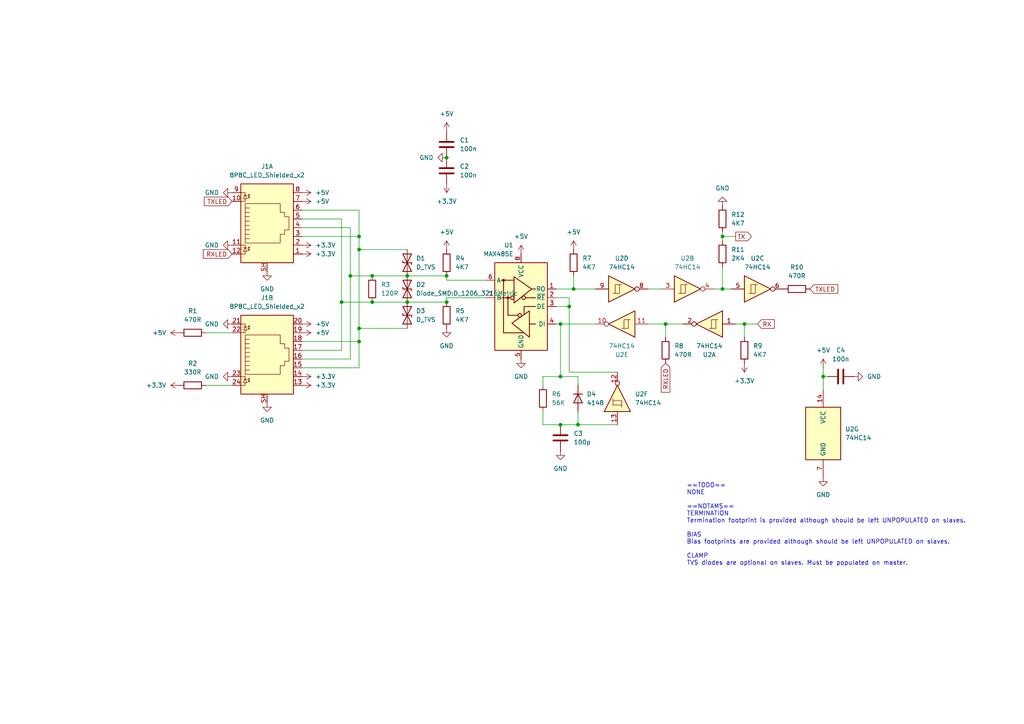
<source format=kicad_sch>
(kicad_sch
	(version 20231120)
	(generator "eeschema")
	(generator_version "8.0")
	(uuid "b5443e62-a47e-4292-91b3-2cae1bfec323")
	(paper "A4")
	(lib_symbols
		(symbol "74xx:74HC14"
			(pin_names
				(offset 1.016)
			)
			(exclude_from_sim no)
			(in_bom yes)
			(on_board yes)
			(property "Reference" "U"
				(at 0 1.27 0)
				(effects
					(font
						(size 1.27 1.27)
					)
				)
			)
			(property "Value" "74HC14"
				(at 0 -1.27 0)
				(effects
					(font
						(size 1.27 1.27)
					)
				)
			)
			(property "Footprint" ""
				(at 0 0 0)
				(effects
					(font
						(size 1.27 1.27)
					)
					(hide yes)
				)
			)
			(property "Datasheet" "http://www.ti.com/lit/gpn/sn74HC14"
				(at 0 0 0)
				(effects
					(font
						(size 1.27 1.27)
					)
					(hide yes)
				)
			)
			(property "Description" "Hex inverter schmitt trigger"
				(at 0 0 0)
				(effects
					(font
						(size 1.27 1.27)
					)
					(hide yes)
				)
			)
			(property "ki_locked" ""
				(at 0 0 0)
				(effects
					(font
						(size 1.27 1.27)
					)
				)
			)
			(property "ki_keywords" "HCMOS not inverter"
				(at 0 0 0)
				(effects
					(font
						(size 1.27 1.27)
					)
					(hide yes)
				)
			)
			(property "ki_fp_filters" "DIP*W7.62mm*"
				(at 0 0 0)
				(effects
					(font
						(size 1.27 1.27)
					)
					(hide yes)
				)
			)
			(symbol "74HC14_1_0"
				(polyline
					(pts
						(xy -3.81 3.81) (xy -3.81 -3.81) (xy 3.81 0) (xy -3.81 3.81)
					)
					(stroke
						(width 0.254)
						(type default)
					)
					(fill
						(type background)
					)
				)
				(pin input line
					(at -7.62 0 0)
					(length 3.81)
					(name "~"
						(effects
							(font
								(size 1.27 1.27)
							)
						)
					)
					(number "1"
						(effects
							(font
								(size 1.27 1.27)
							)
						)
					)
				)
				(pin output inverted
					(at 7.62 0 180)
					(length 3.81)
					(name "~"
						(effects
							(font
								(size 1.27 1.27)
							)
						)
					)
					(number "2"
						(effects
							(font
								(size 1.27 1.27)
							)
						)
					)
				)
			)
			(symbol "74HC14_1_1"
				(polyline
					(pts
						(xy -1.905 -1.27) (xy -1.905 1.27) (xy -0.635 1.27)
					)
					(stroke
						(width 0)
						(type default)
					)
					(fill
						(type none)
					)
				)
				(polyline
					(pts
						(xy -2.54 -1.27) (xy -0.635 -1.27) (xy -0.635 1.27) (xy 0 1.27)
					)
					(stroke
						(width 0)
						(type default)
					)
					(fill
						(type none)
					)
				)
			)
			(symbol "74HC14_2_0"
				(polyline
					(pts
						(xy -3.81 3.81) (xy -3.81 -3.81) (xy 3.81 0) (xy -3.81 3.81)
					)
					(stroke
						(width 0.254)
						(type default)
					)
					(fill
						(type background)
					)
				)
				(pin input line
					(at -7.62 0 0)
					(length 3.81)
					(name "~"
						(effects
							(font
								(size 1.27 1.27)
							)
						)
					)
					(number "3"
						(effects
							(font
								(size 1.27 1.27)
							)
						)
					)
				)
				(pin output inverted
					(at 7.62 0 180)
					(length 3.81)
					(name "~"
						(effects
							(font
								(size 1.27 1.27)
							)
						)
					)
					(number "4"
						(effects
							(font
								(size 1.27 1.27)
							)
						)
					)
				)
			)
			(symbol "74HC14_2_1"
				(polyline
					(pts
						(xy -1.905 -1.27) (xy -1.905 1.27) (xy -0.635 1.27)
					)
					(stroke
						(width 0)
						(type default)
					)
					(fill
						(type none)
					)
				)
				(polyline
					(pts
						(xy -2.54 -1.27) (xy -0.635 -1.27) (xy -0.635 1.27) (xy 0 1.27)
					)
					(stroke
						(width 0)
						(type default)
					)
					(fill
						(type none)
					)
				)
			)
			(symbol "74HC14_3_0"
				(polyline
					(pts
						(xy -3.81 3.81) (xy -3.81 -3.81) (xy 3.81 0) (xy -3.81 3.81)
					)
					(stroke
						(width 0.254)
						(type default)
					)
					(fill
						(type background)
					)
				)
				(pin input line
					(at -7.62 0 0)
					(length 3.81)
					(name "~"
						(effects
							(font
								(size 1.27 1.27)
							)
						)
					)
					(number "5"
						(effects
							(font
								(size 1.27 1.27)
							)
						)
					)
				)
				(pin output inverted
					(at 7.62 0 180)
					(length 3.81)
					(name "~"
						(effects
							(font
								(size 1.27 1.27)
							)
						)
					)
					(number "6"
						(effects
							(font
								(size 1.27 1.27)
							)
						)
					)
				)
			)
			(symbol "74HC14_3_1"
				(polyline
					(pts
						(xy -1.905 -1.27) (xy -1.905 1.27) (xy -0.635 1.27)
					)
					(stroke
						(width 0)
						(type default)
					)
					(fill
						(type none)
					)
				)
				(polyline
					(pts
						(xy -2.54 -1.27) (xy -0.635 -1.27) (xy -0.635 1.27) (xy 0 1.27)
					)
					(stroke
						(width 0)
						(type default)
					)
					(fill
						(type none)
					)
				)
			)
			(symbol "74HC14_4_0"
				(polyline
					(pts
						(xy -3.81 3.81) (xy -3.81 -3.81) (xy 3.81 0) (xy -3.81 3.81)
					)
					(stroke
						(width 0.254)
						(type default)
					)
					(fill
						(type background)
					)
				)
				(pin output inverted
					(at 7.62 0 180)
					(length 3.81)
					(name "~"
						(effects
							(font
								(size 1.27 1.27)
							)
						)
					)
					(number "8"
						(effects
							(font
								(size 1.27 1.27)
							)
						)
					)
				)
				(pin input line
					(at -7.62 0 0)
					(length 3.81)
					(name "~"
						(effects
							(font
								(size 1.27 1.27)
							)
						)
					)
					(number "9"
						(effects
							(font
								(size 1.27 1.27)
							)
						)
					)
				)
			)
			(symbol "74HC14_4_1"
				(polyline
					(pts
						(xy -1.905 -1.27) (xy -1.905 1.27) (xy -0.635 1.27)
					)
					(stroke
						(width 0)
						(type default)
					)
					(fill
						(type none)
					)
				)
				(polyline
					(pts
						(xy -2.54 -1.27) (xy -0.635 -1.27) (xy -0.635 1.27) (xy 0 1.27)
					)
					(stroke
						(width 0)
						(type default)
					)
					(fill
						(type none)
					)
				)
			)
			(symbol "74HC14_5_0"
				(polyline
					(pts
						(xy -3.81 3.81) (xy -3.81 -3.81) (xy 3.81 0) (xy -3.81 3.81)
					)
					(stroke
						(width 0.254)
						(type default)
					)
					(fill
						(type background)
					)
				)
				(pin output inverted
					(at 7.62 0 180)
					(length 3.81)
					(name "~"
						(effects
							(font
								(size 1.27 1.27)
							)
						)
					)
					(number "10"
						(effects
							(font
								(size 1.27 1.27)
							)
						)
					)
				)
				(pin input line
					(at -7.62 0 0)
					(length 3.81)
					(name "~"
						(effects
							(font
								(size 1.27 1.27)
							)
						)
					)
					(number "11"
						(effects
							(font
								(size 1.27 1.27)
							)
						)
					)
				)
			)
			(symbol "74HC14_5_1"
				(polyline
					(pts
						(xy -1.905 -1.27) (xy -1.905 1.27) (xy -0.635 1.27)
					)
					(stroke
						(width 0)
						(type default)
					)
					(fill
						(type none)
					)
				)
				(polyline
					(pts
						(xy -2.54 -1.27) (xy -0.635 -1.27) (xy -0.635 1.27) (xy 0 1.27)
					)
					(stroke
						(width 0)
						(type default)
					)
					(fill
						(type none)
					)
				)
			)
			(symbol "74HC14_6_0"
				(polyline
					(pts
						(xy -3.81 3.81) (xy -3.81 -3.81) (xy 3.81 0) (xy -3.81 3.81)
					)
					(stroke
						(width 0.254)
						(type default)
					)
					(fill
						(type background)
					)
				)
				(pin output inverted
					(at 7.62 0 180)
					(length 3.81)
					(name "~"
						(effects
							(font
								(size 1.27 1.27)
							)
						)
					)
					(number "12"
						(effects
							(font
								(size 1.27 1.27)
							)
						)
					)
				)
				(pin input line
					(at -7.62 0 0)
					(length 3.81)
					(name "~"
						(effects
							(font
								(size 1.27 1.27)
							)
						)
					)
					(number "13"
						(effects
							(font
								(size 1.27 1.27)
							)
						)
					)
				)
			)
			(symbol "74HC14_6_1"
				(polyline
					(pts
						(xy -1.905 -1.27) (xy -1.905 1.27) (xy -0.635 1.27)
					)
					(stroke
						(width 0)
						(type default)
					)
					(fill
						(type none)
					)
				)
				(polyline
					(pts
						(xy -2.54 -1.27) (xy -0.635 -1.27) (xy -0.635 1.27) (xy 0 1.27)
					)
					(stroke
						(width 0)
						(type default)
					)
					(fill
						(type none)
					)
				)
			)
			(symbol "74HC14_7_0"
				(pin power_in line
					(at 0 12.7 270)
					(length 5.08)
					(name "VCC"
						(effects
							(font
								(size 1.27 1.27)
							)
						)
					)
					(number "14"
						(effects
							(font
								(size 1.27 1.27)
							)
						)
					)
				)
				(pin power_in line
					(at 0 -12.7 90)
					(length 5.08)
					(name "GND"
						(effects
							(font
								(size 1.27 1.27)
							)
						)
					)
					(number "7"
						(effects
							(font
								(size 1.27 1.27)
							)
						)
					)
				)
			)
			(symbol "74HC14_7_1"
				(rectangle
					(start -5.08 7.62)
					(end 5.08 -7.62)
					(stroke
						(width 0.254)
						(type default)
					)
					(fill
						(type background)
					)
				)
			)
		)
		(symbol "Connector:8P8C_LED_Shielded_x2"
			(exclude_from_sim no)
			(in_bom yes)
			(on_board yes)
			(property "Reference" "J"
				(at -5.08 13.97 0)
				(effects
					(font
						(size 1.27 1.27)
					)
					(justify right)
				)
			)
			(property "Value" "8P8C_LED_Shielded_x2"
				(at 1.27 13.97 0)
				(effects
					(font
						(size 1.27 1.27)
					)
					(justify left)
				)
			)
			(property "Footprint" ""
				(at 0 0.635 90)
				(effects
					(font
						(size 1.27 1.27)
					)
					(hide yes)
				)
			)
			(property "Datasheet" "~"
				(at 0 0.635 90)
				(effects
					(font
						(size 1.27 1.27)
					)
					(hide yes)
				)
			)
			(property "Description" "RJ connector, 8P8C (8 positions 8 connected), two LEDs, RJ45, Shielded, two ports"
				(at 0 0 0)
				(effects
					(font
						(size 1.27 1.27)
					)
					(hide yes)
				)
			)
			(property "ki_keywords" "8P8C RJ socket connector led dual"
				(at 0 0 0)
				(effects
					(font
						(size 1.27 1.27)
					)
					(hide yes)
				)
			)
			(property "ki_fp_filters" "8P8C*02* RJ45*02*"
				(at 0 0 0)
				(effects
					(font
						(size 1.27 1.27)
					)
					(hide yes)
				)
			)
			(symbol "8P8C_LED_Shielded_x2_0_1"
				(polyline
					(pts
						(xy -7.62 -7.62) (xy -6.35 -7.62)
					)
					(stroke
						(width 0)
						(type default)
					)
					(fill
						(type none)
					)
				)
				(polyline
					(pts
						(xy -7.62 -5.08) (xy -6.35 -5.08)
					)
					(stroke
						(width 0)
						(type default)
					)
					(fill
						(type none)
					)
				)
				(polyline
					(pts
						(xy -7.62 7.62) (xy -6.35 7.62)
					)
					(stroke
						(width 0)
						(type default)
					)
					(fill
						(type none)
					)
				)
				(polyline
					(pts
						(xy -7.62 10.16) (xy -6.35 10.16)
					)
					(stroke
						(width 0)
						(type default)
					)
					(fill
						(type none)
					)
				)
				(polyline
					(pts
						(xy -6.858 -5.842) (xy -5.842 -5.842)
					)
					(stroke
						(width 0)
						(type default)
					)
					(fill
						(type none)
					)
				)
				(polyline
					(pts
						(xy -6.858 9.398) (xy -5.842 9.398)
					)
					(stroke
						(width 0)
						(type default)
					)
					(fill
						(type none)
					)
				)
				(polyline
					(pts
						(xy -6.35 -7.62) (xy -6.35 -6.858)
					)
					(stroke
						(width 0)
						(type default)
					)
					(fill
						(type none)
					)
				)
				(polyline
					(pts
						(xy -6.35 -5.08) (xy -6.35 -5.842)
					)
					(stroke
						(width 0)
						(type default)
					)
					(fill
						(type none)
					)
				)
				(polyline
					(pts
						(xy -6.35 7.62) (xy -6.35 8.382)
					)
					(stroke
						(width 0)
						(type default)
					)
					(fill
						(type none)
					)
				)
				(polyline
					(pts
						(xy -6.35 10.16) (xy -6.35 9.398)
					)
					(stroke
						(width 0)
						(type default)
					)
					(fill
						(type none)
					)
				)
				(polyline
					(pts
						(xy -5.08 -6.223) (xy -5.207 -6.604)
					)
					(stroke
						(width 0)
						(type default)
					)
					(fill
						(type none)
					)
				)
				(polyline
					(pts
						(xy -5.08 -5.588) (xy -5.207 -5.969)
					)
					(stroke
						(width 0)
						(type default)
					)
					(fill
						(type none)
					)
				)
				(polyline
					(pts
						(xy -5.08 4.445) (xy -6.35 4.445)
					)
					(stroke
						(width 0)
						(type default)
					)
					(fill
						(type none)
					)
				)
				(polyline
					(pts
						(xy -5.08 5.715) (xy -6.35 5.715)
					)
					(stroke
						(width 0)
						(type default)
					)
					(fill
						(type none)
					)
				)
				(polyline
					(pts
						(xy -5.08 9.017) (xy -5.207 8.636)
					)
					(stroke
						(width 0)
						(type default)
					)
					(fill
						(type none)
					)
				)
				(polyline
					(pts
						(xy -5.08 9.652) (xy -5.207 9.271)
					)
					(stroke
						(width 0)
						(type default)
					)
					(fill
						(type none)
					)
				)
				(polyline
					(pts
						(xy -6.35 -3.175) (xy -5.08 -3.175) (xy -5.08 -3.175)
					)
					(stroke
						(width 0)
						(type default)
					)
					(fill
						(type none)
					)
				)
				(polyline
					(pts
						(xy -6.35 -1.905) (xy -5.08 -1.905) (xy -5.08 -1.905)
					)
					(stroke
						(width 0)
						(type default)
					)
					(fill
						(type none)
					)
				)
				(polyline
					(pts
						(xy -6.35 -0.635) (xy -5.08 -0.635) (xy -5.08 -0.635)
					)
					(stroke
						(width 0)
						(type default)
					)
					(fill
						(type none)
					)
				)
				(polyline
					(pts
						(xy -6.35 0.635) (xy -5.08 0.635) (xy -5.08 0.635)
					)
					(stroke
						(width 0)
						(type default)
					)
					(fill
						(type none)
					)
				)
				(polyline
					(pts
						(xy -6.35 1.905) (xy -5.08 1.905) (xy -5.08 1.905)
					)
					(stroke
						(width 0)
						(type default)
					)
					(fill
						(type none)
					)
				)
				(polyline
					(pts
						(xy -5.588 -6.731) (xy -5.08 -6.223) (xy -5.461 -6.35)
					)
					(stroke
						(width 0)
						(type default)
					)
					(fill
						(type none)
					)
				)
				(polyline
					(pts
						(xy -5.588 -6.096) (xy -5.08 -5.588) (xy -5.461 -5.715)
					)
					(stroke
						(width 0)
						(type default)
					)
					(fill
						(type none)
					)
				)
				(polyline
					(pts
						(xy -5.588 8.509) (xy -5.08 9.017) (xy -5.461 8.89)
					)
					(stroke
						(width 0)
						(type default)
					)
					(fill
						(type none)
					)
				)
				(polyline
					(pts
						(xy -5.588 9.144) (xy -5.08 9.652) (xy -5.461 9.525)
					)
					(stroke
						(width 0)
						(type default)
					)
					(fill
						(type none)
					)
				)
				(polyline
					(pts
						(xy -5.08 3.175) (xy -6.35 3.175) (xy -6.35 3.175)
					)
					(stroke
						(width 0)
						(type default)
					)
					(fill
						(type none)
					)
				)
				(polyline
					(pts
						(xy -6.35 -5.842) (xy -6.858 -6.858) (xy -5.842 -6.858) (xy -6.35 -5.842)
					)
					(stroke
						(width 0)
						(type default)
					)
					(fill
						(type none)
					)
				)
				(polyline
					(pts
						(xy -6.35 9.398) (xy -6.858 8.382) (xy -5.842 8.382) (xy -6.35 9.398)
					)
					(stroke
						(width 0)
						(type default)
					)
					(fill
						(type none)
					)
				)
				(polyline
					(pts
						(xy -6.35 -4.445) (xy -6.35 6.985) (xy 3.81 6.985) (xy 3.81 4.445) (xy 5.08 4.445) (xy 5.08 3.175)
						(xy 6.35 3.175) (xy 6.35 -0.635) (xy 5.08 -0.635) (xy 5.08 -1.905) (xy 3.81 -1.905) (xy 3.81 -4.445)
						(xy -6.35 -4.445) (xy -6.35 -4.445)
					)
					(stroke
						(width 0)
						(type default)
					)
					(fill
						(type none)
					)
				)
				(rectangle
					(start 7.62 12.7)
					(end -7.62 -10.16)
					(stroke
						(width 0.254)
						(type default)
					)
					(fill
						(type background)
					)
				)
			)
			(symbol "8P8C_LED_Shielded_x2_1_1"
				(pin passive line
					(at 10.16 -7.62 180)
					(length 2.54)
					(name "~"
						(effects
							(font
								(size 1.27 1.27)
							)
						)
					)
					(number "1"
						(effects
							(font
								(size 1.27 1.27)
							)
						)
					)
				)
				(pin passive line
					(at -10.16 7.62 0)
					(length 2.54)
					(name "~"
						(effects
							(font
								(size 1.27 1.27)
							)
						)
					)
					(number "10"
						(effects
							(font
								(size 1.27 1.27)
							)
						)
					)
				)
				(pin passive line
					(at -10.16 -5.08 0)
					(length 2.54)
					(name "~"
						(effects
							(font
								(size 1.27 1.27)
							)
						)
					)
					(number "11"
						(effects
							(font
								(size 1.27 1.27)
							)
						)
					)
				)
				(pin passive line
					(at -10.16 -7.62 0)
					(length 2.54)
					(name "~"
						(effects
							(font
								(size 1.27 1.27)
							)
						)
					)
					(number "12"
						(effects
							(font
								(size 1.27 1.27)
							)
						)
					)
				)
				(pin passive line
					(at 10.16 -5.08 180)
					(length 2.54)
					(name "~"
						(effects
							(font
								(size 1.27 1.27)
							)
						)
					)
					(number "2"
						(effects
							(font
								(size 1.27 1.27)
							)
						)
					)
				)
				(pin passive line
					(at 10.16 -2.54 180)
					(length 2.54)
					(name "~"
						(effects
							(font
								(size 1.27 1.27)
							)
						)
					)
					(number "3"
						(effects
							(font
								(size 1.27 1.27)
							)
						)
					)
				)
				(pin passive line
					(at 10.16 0 180)
					(length 2.54)
					(name "~"
						(effects
							(font
								(size 1.27 1.27)
							)
						)
					)
					(number "4"
						(effects
							(font
								(size 1.27 1.27)
							)
						)
					)
				)
				(pin passive line
					(at 10.16 2.54 180)
					(length 2.54)
					(name "~"
						(effects
							(font
								(size 1.27 1.27)
							)
						)
					)
					(number "5"
						(effects
							(font
								(size 1.27 1.27)
							)
						)
					)
				)
				(pin passive line
					(at 10.16 5.08 180)
					(length 2.54)
					(name "~"
						(effects
							(font
								(size 1.27 1.27)
							)
						)
					)
					(number "6"
						(effects
							(font
								(size 1.27 1.27)
							)
						)
					)
				)
				(pin passive line
					(at 10.16 7.62 180)
					(length 2.54)
					(name "~"
						(effects
							(font
								(size 1.27 1.27)
							)
						)
					)
					(number "7"
						(effects
							(font
								(size 1.27 1.27)
							)
						)
					)
				)
				(pin passive line
					(at 10.16 10.16 180)
					(length 2.54)
					(name "~"
						(effects
							(font
								(size 1.27 1.27)
							)
						)
					)
					(number "8"
						(effects
							(font
								(size 1.27 1.27)
							)
						)
					)
				)
				(pin passive line
					(at -10.16 10.16 0)
					(length 2.54)
					(name "~"
						(effects
							(font
								(size 1.27 1.27)
							)
						)
					)
					(number "9"
						(effects
							(font
								(size 1.27 1.27)
							)
						)
					)
				)
				(pin passive line
					(at 0 -12.7 90)
					(length 2.54)
					(name "~"
						(effects
							(font
								(size 1.27 1.27)
							)
						)
					)
					(number "SH"
						(effects
							(font
								(size 1.27 1.27)
							)
						)
					)
				)
			)
			(symbol "8P8C_LED_Shielded_x2_2_1"
				(pin passive line
					(at 10.16 -7.62 180)
					(length 2.54)
					(name "~"
						(effects
							(font
								(size 1.27 1.27)
							)
						)
					)
					(number "13"
						(effects
							(font
								(size 1.27 1.27)
							)
						)
					)
				)
				(pin passive line
					(at 10.16 -5.08 180)
					(length 2.54)
					(name "~"
						(effects
							(font
								(size 1.27 1.27)
							)
						)
					)
					(number "14"
						(effects
							(font
								(size 1.27 1.27)
							)
						)
					)
				)
				(pin passive line
					(at 10.16 -2.54 180)
					(length 2.54)
					(name "~"
						(effects
							(font
								(size 1.27 1.27)
							)
						)
					)
					(number "15"
						(effects
							(font
								(size 1.27 1.27)
							)
						)
					)
				)
				(pin passive line
					(at 10.16 0 180)
					(length 2.54)
					(name "~"
						(effects
							(font
								(size 1.27 1.27)
							)
						)
					)
					(number "16"
						(effects
							(font
								(size 1.27 1.27)
							)
						)
					)
				)
				(pin passive line
					(at 10.16 2.54 180)
					(length 2.54)
					(name "~"
						(effects
							(font
								(size 1.27 1.27)
							)
						)
					)
					(number "17"
						(effects
							(font
								(size 1.27 1.27)
							)
						)
					)
				)
				(pin passive line
					(at 10.16 5.08 180)
					(length 2.54)
					(name "~"
						(effects
							(font
								(size 1.27 1.27)
							)
						)
					)
					(number "18"
						(effects
							(font
								(size 1.27 1.27)
							)
						)
					)
				)
				(pin passive line
					(at 10.16 7.62 180)
					(length 2.54)
					(name "~"
						(effects
							(font
								(size 1.27 1.27)
							)
						)
					)
					(number "19"
						(effects
							(font
								(size 1.27 1.27)
							)
						)
					)
				)
				(pin passive line
					(at 10.16 10.16 180)
					(length 2.54)
					(name "~"
						(effects
							(font
								(size 1.27 1.27)
							)
						)
					)
					(number "20"
						(effects
							(font
								(size 1.27 1.27)
							)
						)
					)
				)
				(pin passive line
					(at -10.16 10.16 0)
					(length 2.54)
					(name "~"
						(effects
							(font
								(size 1.27 1.27)
							)
						)
					)
					(number "21"
						(effects
							(font
								(size 1.27 1.27)
							)
						)
					)
				)
				(pin passive line
					(at -10.16 7.62 0)
					(length 2.54)
					(name "~"
						(effects
							(font
								(size 1.27 1.27)
							)
						)
					)
					(number "22"
						(effects
							(font
								(size 1.27 1.27)
							)
						)
					)
				)
				(pin passive line
					(at -10.16 -5.08 0)
					(length 2.54)
					(name "~"
						(effects
							(font
								(size 1.27 1.27)
							)
						)
					)
					(number "23"
						(effects
							(font
								(size 1.27 1.27)
							)
						)
					)
				)
				(pin passive line
					(at -10.16 -7.62 0)
					(length 2.54)
					(name "~"
						(effects
							(font
								(size 1.27 1.27)
							)
						)
					)
					(number "24"
						(effects
							(font
								(size 1.27 1.27)
							)
						)
					)
				)
				(pin passive line
					(at 0 -12.7 90)
					(length 2.54)
					(name "~"
						(effects
							(font
								(size 1.27 1.27)
							)
						)
					)
					(number "SH"
						(effects
							(font
								(size 1.27 1.27)
							)
						)
					)
				)
			)
		)
		(symbol "Device:C"
			(pin_numbers hide)
			(pin_names
				(offset 0.254)
			)
			(exclude_from_sim no)
			(in_bom yes)
			(on_board yes)
			(property "Reference" "C"
				(at 0.635 2.54 0)
				(effects
					(font
						(size 1.27 1.27)
					)
					(justify left)
				)
			)
			(property "Value" "C"
				(at 0.635 -2.54 0)
				(effects
					(font
						(size 1.27 1.27)
					)
					(justify left)
				)
			)
			(property "Footprint" ""
				(at 0.9652 -3.81 0)
				(effects
					(font
						(size 1.27 1.27)
					)
					(hide yes)
				)
			)
			(property "Datasheet" "~"
				(at 0 0 0)
				(effects
					(font
						(size 1.27 1.27)
					)
					(hide yes)
				)
			)
			(property "Description" "Unpolarized capacitor"
				(at 0 0 0)
				(effects
					(font
						(size 1.27 1.27)
					)
					(hide yes)
				)
			)
			(property "ki_keywords" "cap capacitor"
				(at 0 0 0)
				(effects
					(font
						(size 1.27 1.27)
					)
					(hide yes)
				)
			)
			(property "ki_fp_filters" "C_*"
				(at 0 0 0)
				(effects
					(font
						(size 1.27 1.27)
					)
					(hide yes)
				)
			)
			(symbol "C_0_1"
				(polyline
					(pts
						(xy -2.032 -0.762) (xy 2.032 -0.762)
					)
					(stroke
						(width 0.508)
						(type default)
					)
					(fill
						(type none)
					)
				)
				(polyline
					(pts
						(xy -2.032 0.762) (xy 2.032 0.762)
					)
					(stroke
						(width 0.508)
						(type default)
					)
					(fill
						(type none)
					)
				)
			)
			(symbol "C_1_1"
				(pin passive line
					(at 0 3.81 270)
					(length 2.794)
					(name "~"
						(effects
							(font
								(size 1.27 1.27)
							)
						)
					)
					(number "1"
						(effects
							(font
								(size 1.27 1.27)
							)
						)
					)
				)
				(pin passive line
					(at 0 -3.81 90)
					(length 2.794)
					(name "~"
						(effects
							(font
								(size 1.27 1.27)
							)
						)
					)
					(number "2"
						(effects
							(font
								(size 1.27 1.27)
							)
						)
					)
				)
			)
		)
		(symbol "Device:D"
			(pin_numbers hide)
			(pin_names
				(offset 1.016) hide)
			(exclude_from_sim no)
			(in_bom yes)
			(on_board yes)
			(property "Reference" "D"
				(at 0 2.54 0)
				(effects
					(font
						(size 1.27 1.27)
					)
				)
			)
			(property "Value" "D"
				(at 0 -2.54 0)
				(effects
					(font
						(size 1.27 1.27)
					)
				)
			)
			(property "Footprint" ""
				(at 0 0 0)
				(effects
					(font
						(size 1.27 1.27)
					)
					(hide yes)
				)
			)
			(property "Datasheet" "~"
				(at 0 0 0)
				(effects
					(font
						(size 1.27 1.27)
					)
					(hide yes)
				)
			)
			(property "Description" "Diode"
				(at 0 0 0)
				(effects
					(font
						(size 1.27 1.27)
					)
					(hide yes)
				)
			)
			(property "Sim.Device" "D"
				(at 0 0 0)
				(effects
					(font
						(size 1.27 1.27)
					)
					(hide yes)
				)
			)
			(property "Sim.Pins" "1=K 2=A"
				(at 0 0 0)
				(effects
					(font
						(size 1.27 1.27)
					)
					(hide yes)
				)
			)
			(property "ki_keywords" "diode"
				(at 0 0 0)
				(effects
					(font
						(size 1.27 1.27)
					)
					(hide yes)
				)
			)
			(property "ki_fp_filters" "TO-???* *_Diode_* *SingleDiode* D_*"
				(at 0 0 0)
				(effects
					(font
						(size 1.27 1.27)
					)
					(hide yes)
				)
			)
			(symbol "D_0_1"
				(polyline
					(pts
						(xy -1.27 1.27) (xy -1.27 -1.27)
					)
					(stroke
						(width 0.254)
						(type default)
					)
					(fill
						(type none)
					)
				)
				(polyline
					(pts
						(xy 1.27 0) (xy -1.27 0)
					)
					(stroke
						(width 0)
						(type default)
					)
					(fill
						(type none)
					)
				)
				(polyline
					(pts
						(xy 1.27 1.27) (xy 1.27 -1.27) (xy -1.27 0) (xy 1.27 1.27)
					)
					(stroke
						(width 0.254)
						(type default)
					)
					(fill
						(type none)
					)
				)
			)
			(symbol "D_1_1"
				(pin passive line
					(at -3.81 0 0)
					(length 2.54)
					(name "K"
						(effects
							(font
								(size 1.27 1.27)
							)
						)
					)
					(number "1"
						(effects
							(font
								(size 1.27 1.27)
							)
						)
					)
				)
				(pin passive line
					(at 3.81 0 180)
					(length 2.54)
					(name "A"
						(effects
							(font
								(size 1.27 1.27)
							)
						)
					)
					(number "2"
						(effects
							(font
								(size 1.27 1.27)
							)
						)
					)
				)
			)
		)
		(symbol "Device:D_TVS"
			(pin_numbers hide)
			(pin_names
				(offset 1.016) hide)
			(exclude_from_sim no)
			(in_bom yes)
			(on_board yes)
			(property "Reference" "D"
				(at 0 2.54 0)
				(effects
					(font
						(size 1.27 1.27)
					)
				)
			)
			(property "Value" "D_TVS"
				(at 0 -2.54 0)
				(effects
					(font
						(size 1.27 1.27)
					)
				)
			)
			(property "Footprint" ""
				(at 0 0 0)
				(effects
					(font
						(size 1.27 1.27)
					)
					(hide yes)
				)
			)
			(property "Datasheet" "~"
				(at 0 0 0)
				(effects
					(font
						(size 1.27 1.27)
					)
					(hide yes)
				)
			)
			(property "Description" "Bidirectional transient-voltage-suppression diode"
				(at 0 0 0)
				(effects
					(font
						(size 1.27 1.27)
					)
					(hide yes)
				)
			)
			(property "ki_keywords" "diode TVS thyrector"
				(at 0 0 0)
				(effects
					(font
						(size 1.27 1.27)
					)
					(hide yes)
				)
			)
			(property "ki_fp_filters" "TO-???* *_Diode_* *SingleDiode* D_*"
				(at 0 0 0)
				(effects
					(font
						(size 1.27 1.27)
					)
					(hide yes)
				)
			)
			(symbol "D_TVS_0_1"
				(polyline
					(pts
						(xy 1.27 0) (xy -1.27 0)
					)
					(stroke
						(width 0)
						(type default)
					)
					(fill
						(type none)
					)
				)
				(polyline
					(pts
						(xy 0.508 1.27) (xy 0 1.27) (xy 0 -1.27) (xy -0.508 -1.27)
					)
					(stroke
						(width 0.254)
						(type default)
					)
					(fill
						(type none)
					)
				)
				(polyline
					(pts
						(xy -2.54 1.27) (xy -2.54 -1.27) (xy 2.54 1.27) (xy 2.54 -1.27) (xy -2.54 1.27)
					)
					(stroke
						(width 0.254)
						(type default)
					)
					(fill
						(type none)
					)
				)
			)
			(symbol "D_TVS_1_1"
				(pin passive line
					(at -3.81 0 0)
					(length 2.54)
					(name "A1"
						(effects
							(font
								(size 1.27 1.27)
							)
						)
					)
					(number "1"
						(effects
							(font
								(size 1.27 1.27)
							)
						)
					)
				)
				(pin passive line
					(at 3.81 0 180)
					(length 2.54)
					(name "A2"
						(effects
							(font
								(size 1.27 1.27)
							)
						)
					)
					(number "2"
						(effects
							(font
								(size 1.27 1.27)
							)
						)
					)
				)
			)
		)
		(symbol "Device:R"
			(pin_numbers hide)
			(pin_names
				(offset 0)
			)
			(exclude_from_sim no)
			(in_bom yes)
			(on_board yes)
			(property "Reference" "R"
				(at 2.032 0 90)
				(effects
					(font
						(size 1.27 1.27)
					)
				)
			)
			(property "Value" "R"
				(at 0 0 90)
				(effects
					(font
						(size 1.27 1.27)
					)
				)
			)
			(property "Footprint" ""
				(at -1.778 0 90)
				(effects
					(font
						(size 1.27 1.27)
					)
					(hide yes)
				)
			)
			(property "Datasheet" "~"
				(at 0 0 0)
				(effects
					(font
						(size 1.27 1.27)
					)
					(hide yes)
				)
			)
			(property "Description" "Resistor"
				(at 0 0 0)
				(effects
					(font
						(size 1.27 1.27)
					)
					(hide yes)
				)
			)
			(property "ki_keywords" "R res resistor"
				(at 0 0 0)
				(effects
					(font
						(size 1.27 1.27)
					)
					(hide yes)
				)
			)
			(property "ki_fp_filters" "R_*"
				(at 0 0 0)
				(effects
					(font
						(size 1.27 1.27)
					)
					(hide yes)
				)
			)
			(symbol "R_0_1"
				(rectangle
					(start -1.016 -2.54)
					(end 1.016 2.54)
					(stroke
						(width 0.254)
						(type default)
					)
					(fill
						(type none)
					)
				)
			)
			(symbol "R_1_1"
				(pin passive line
					(at 0 3.81 270)
					(length 1.27)
					(name "~"
						(effects
							(font
								(size 1.27 1.27)
							)
						)
					)
					(number "1"
						(effects
							(font
								(size 1.27 1.27)
							)
						)
					)
				)
				(pin passive line
					(at 0 -3.81 90)
					(length 1.27)
					(name "~"
						(effects
							(font
								(size 1.27 1.27)
							)
						)
					)
					(number "2"
						(effects
							(font
								(size 1.27 1.27)
							)
						)
					)
				)
			)
		)
		(symbol "Interface_UART:MAX485E"
			(exclude_from_sim no)
			(in_bom yes)
			(on_board yes)
			(property "Reference" "U"
				(at -6.985 13.97 0)
				(effects
					(font
						(size 1.27 1.27)
					)
				)
			)
			(property "Value" "MAX485E"
				(at 1.905 13.97 0)
				(effects
					(font
						(size 1.27 1.27)
					)
					(justify left)
				)
			)
			(property "Footprint" "Package_SO:SOIC-8_3.9x4.9mm_P1.27mm"
				(at 0 -22.86 0)
				(effects
					(font
						(size 1.27 1.27)
					)
					(hide yes)
				)
			)
			(property "Datasheet" "https://datasheets.maximintegrated.com/en/ds/MAX1487E-MAX491E.pdf"
				(at 0 1.27 0)
				(effects
					(font
						(size 1.27 1.27)
					)
					(hide yes)
				)
			)
			(property "Description" "Half duplex RS-485/RS-422, 2.5 Mbps, ±15kV electro-static discharge (ESD) protection, no slew-rate, no low-power shutdown, with receiver/driver enable, 32 receiver drive capability, DIP-8 and SOIC-8"
				(at 0 0 0)
				(effects
					(font
						(size 1.27 1.27)
					)
					(hide yes)
				)
			)
			(property "ki_keywords" "transceiver"
				(at 0 0 0)
				(effects
					(font
						(size 1.27 1.27)
					)
					(hide yes)
				)
			)
			(property "ki_fp_filters" "DIP*W7.62mm* SOIC*3.9x4.9mm*P1.27mm*"
				(at 0 0 0)
				(effects
					(font
						(size 1.27 1.27)
					)
					(hide yes)
				)
			)
			(symbol "MAX485E_0_1"
				(rectangle
					(start -7.62 12.7)
					(end 7.62 -12.7)
					(stroke
						(width 0.254)
						(type default)
					)
					(fill
						(type background)
					)
				)
				(polyline
					(pts
						(xy -4.191 2.54) (xy -1.27 2.54)
					)
					(stroke
						(width 0.254)
						(type default)
					)
					(fill
						(type none)
					)
				)
				(polyline
					(pts
						(xy -2.54 -5.08) (xy -4.191 -5.08)
					)
					(stroke
						(width 0.254)
						(type default)
					)
					(fill
						(type none)
					)
				)
				(polyline
					(pts
						(xy -0.635 -7.62) (xy 5.08 -7.62)
					)
					(stroke
						(width 0.254)
						(type default)
					)
					(fill
						(type none)
					)
				)
				(polyline
					(pts
						(xy 0.889 -2.54) (xy 3.81 -2.54)
					)
					(stroke
						(width 0.254)
						(type default)
					)
					(fill
						(type none)
					)
				)
				(polyline
					(pts
						(xy 2.032 7.62) (xy 5.715 7.62)
					)
					(stroke
						(width 0.254)
						(type default)
					)
					(fill
						(type none)
					)
				)
				(polyline
					(pts
						(xy 3.048 2.54) (xy 5.715 2.54)
					)
					(stroke
						(width 0.254)
						(type default)
					)
					(fill
						(type none)
					)
				)
				(polyline
					(pts
						(xy 3.81 -2.54) (xy 3.81 2.54)
					)
					(stroke
						(width 0.254)
						(type default)
					)
					(fill
						(type none)
					)
				)
				(polyline
					(pts
						(xy 5.08 -7.62) (xy 5.08 7.62)
					)
					(stroke
						(width 0.254)
						(type default)
					)
					(fill
						(type none)
					)
				)
				(polyline
					(pts
						(xy -4.191 0) (xy -0.889 0) (xy -0.889 -2.286)
					)
					(stroke
						(width 0.254)
						(type default)
					)
					(fill
						(type none)
					)
				)
				(polyline
					(pts
						(xy -3.175 5.08) (xy -4.191 5.08) (xy -4.064 5.08)
					)
					(stroke
						(width 0.254)
						(type default)
					)
					(fill
						(type none)
					)
				)
				(polyline
					(pts
						(xy -2.413 -5.08) (xy -2.413 -1.27) (xy 2.667 -4.826) (xy -2.413 -8.89) (xy -2.413 -5.08)
					)
					(stroke
						(width 0.254)
						(type default)
					)
					(fill
						(type none)
					)
				)
				(circle
					(center 0.381 -2.54)
					(radius 0.508)
					(stroke
						(width 0.254)
						(type default)
					)
					(fill
						(type none)
					)
				)
				(circle
					(center 3.81 2.54)
					(radius 0.2794)
					(stroke
						(width 0.254)
						(type default)
					)
					(fill
						(type outline)
					)
				)
			)
			(symbol "MAX485E_1_1"
				(circle
					(center -0.762 2.54)
					(radius 0.508)
					(stroke
						(width 0.254)
						(type default)
					)
					(fill
						(type none)
					)
				)
				(polyline
					(pts
						(xy 2.032 4.826) (xy 2.032 8.636) (xy -3.048 5.08) (xy 2.032 1.016) (xy 2.032 4.826)
					)
					(stroke
						(width 0.254)
						(type default)
					)
					(fill
						(type none)
					)
				)
				(circle
					(center 2.54 2.54)
					(radius 0.508)
					(stroke
						(width 0.254)
						(type default)
					)
					(fill
						(type none)
					)
				)
				(circle
					(center 5.08 7.62)
					(radius 0.2794)
					(stroke
						(width 0.254)
						(type default)
					)
					(fill
						(type outline)
					)
				)
				(pin output line
					(at -10.16 5.08 0)
					(length 2.54)
					(name "RO"
						(effects
							(font
								(size 1.27 1.27)
							)
						)
					)
					(number "1"
						(effects
							(font
								(size 1.27 1.27)
							)
						)
					)
				)
				(pin input line
					(at -10.16 2.54 0)
					(length 2.54)
					(name "~{RE}"
						(effects
							(font
								(size 1.27 1.27)
							)
						)
					)
					(number "2"
						(effects
							(font
								(size 1.27 1.27)
							)
						)
					)
				)
				(pin input line
					(at -10.16 0 0)
					(length 2.54)
					(name "DE"
						(effects
							(font
								(size 1.27 1.27)
							)
						)
					)
					(number "3"
						(effects
							(font
								(size 1.27 1.27)
							)
						)
					)
				)
				(pin input line
					(at -10.16 -5.08 0)
					(length 2.54)
					(name "DI"
						(effects
							(font
								(size 1.27 1.27)
							)
						)
					)
					(number "4"
						(effects
							(font
								(size 1.27 1.27)
							)
						)
					)
				)
				(pin power_in line
					(at 0 -15.24 90)
					(length 2.54)
					(name "GND"
						(effects
							(font
								(size 1.27 1.27)
							)
						)
					)
					(number "5"
						(effects
							(font
								(size 1.27 1.27)
							)
						)
					)
				)
				(pin bidirectional line
					(at 10.16 7.62 180)
					(length 2.54)
					(name "A"
						(effects
							(font
								(size 1.27 1.27)
							)
						)
					)
					(number "6"
						(effects
							(font
								(size 1.27 1.27)
							)
						)
					)
				)
				(pin bidirectional line
					(at 10.16 2.54 180)
					(length 2.54)
					(name "B"
						(effects
							(font
								(size 1.27 1.27)
							)
						)
					)
					(number "7"
						(effects
							(font
								(size 1.27 1.27)
							)
						)
					)
				)
				(pin power_in line
					(at 0 15.24 270)
					(length 2.54)
					(name "VCC"
						(effects
							(font
								(size 1.27 1.27)
							)
						)
					)
					(number "8"
						(effects
							(font
								(size 1.27 1.27)
							)
						)
					)
				)
			)
		)
		(symbol "power:+3.3V"
			(power)
			(pin_numbers hide)
			(pin_names
				(offset 0) hide)
			(exclude_from_sim no)
			(in_bom yes)
			(on_board yes)
			(property "Reference" "#PWR"
				(at 0 -3.81 0)
				(effects
					(font
						(size 1.27 1.27)
					)
					(hide yes)
				)
			)
			(property "Value" "+3.3V"
				(at 0 3.556 0)
				(effects
					(font
						(size 1.27 1.27)
					)
				)
			)
			(property "Footprint" ""
				(at 0 0 0)
				(effects
					(font
						(size 1.27 1.27)
					)
					(hide yes)
				)
			)
			(property "Datasheet" ""
				(at 0 0 0)
				(effects
					(font
						(size 1.27 1.27)
					)
					(hide yes)
				)
			)
			(property "Description" "Power symbol creates a global label with name \"+3.3V\""
				(at 0 0 0)
				(effects
					(font
						(size 1.27 1.27)
					)
					(hide yes)
				)
			)
			(property "ki_keywords" "global power"
				(at 0 0 0)
				(effects
					(font
						(size 1.27 1.27)
					)
					(hide yes)
				)
			)
			(symbol "+3.3V_0_1"
				(polyline
					(pts
						(xy -0.762 1.27) (xy 0 2.54)
					)
					(stroke
						(width 0)
						(type default)
					)
					(fill
						(type none)
					)
				)
				(polyline
					(pts
						(xy 0 0) (xy 0 2.54)
					)
					(stroke
						(width 0)
						(type default)
					)
					(fill
						(type none)
					)
				)
				(polyline
					(pts
						(xy 0 2.54) (xy 0.762 1.27)
					)
					(stroke
						(width 0)
						(type default)
					)
					(fill
						(type none)
					)
				)
			)
			(symbol "+3.3V_1_1"
				(pin power_in line
					(at 0 0 90)
					(length 0)
					(name "~"
						(effects
							(font
								(size 1.27 1.27)
							)
						)
					)
					(number "1"
						(effects
							(font
								(size 1.27 1.27)
							)
						)
					)
				)
			)
		)
		(symbol "power:+5V"
			(power)
			(pin_numbers hide)
			(pin_names
				(offset 0) hide)
			(exclude_from_sim no)
			(in_bom yes)
			(on_board yes)
			(property "Reference" "#PWR"
				(at 0 -3.81 0)
				(effects
					(font
						(size 1.27 1.27)
					)
					(hide yes)
				)
			)
			(property "Value" "+5V"
				(at 0 3.556 0)
				(effects
					(font
						(size 1.27 1.27)
					)
				)
			)
			(property "Footprint" ""
				(at 0 0 0)
				(effects
					(font
						(size 1.27 1.27)
					)
					(hide yes)
				)
			)
			(property "Datasheet" ""
				(at 0 0 0)
				(effects
					(font
						(size 1.27 1.27)
					)
					(hide yes)
				)
			)
			(property "Description" "Power symbol creates a global label with name \"+5V\""
				(at 0 0 0)
				(effects
					(font
						(size 1.27 1.27)
					)
					(hide yes)
				)
			)
			(property "ki_keywords" "global power"
				(at 0 0 0)
				(effects
					(font
						(size 1.27 1.27)
					)
					(hide yes)
				)
			)
			(symbol "+5V_0_1"
				(polyline
					(pts
						(xy -0.762 1.27) (xy 0 2.54)
					)
					(stroke
						(width 0)
						(type default)
					)
					(fill
						(type none)
					)
				)
				(polyline
					(pts
						(xy 0 0) (xy 0 2.54)
					)
					(stroke
						(width 0)
						(type default)
					)
					(fill
						(type none)
					)
				)
				(polyline
					(pts
						(xy 0 2.54) (xy 0.762 1.27)
					)
					(stroke
						(width 0)
						(type default)
					)
					(fill
						(type none)
					)
				)
			)
			(symbol "+5V_1_1"
				(pin power_in line
					(at 0 0 90)
					(length 0)
					(name "~"
						(effects
							(font
								(size 1.27 1.27)
							)
						)
					)
					(number "1"
						(effects
							(font
								(size 1.27 1.27)
							)
						)
					)
				)
			)
		)
		(symbol "power:GND"
			(power)
			(pin_numbers hide)
			(pin_names
				(offset 0) hide)
			(exclude_from_sim no)
			(in_bom yes)
			(on_board yes)
			(property "Reference" "#PWR"
				(at 0 -6.35 0)
				(effects
					(font
						(size 1.27 1.27)
					)
					(hide yes)
				)
			)
			(property "Value" "GND"
				(at 0 -3.81 0)
				(effects
					(font
						(size 1.27 1.27)
					)
				)
			)
			(property "Footprint" ""
				(at 0 0 0)
				(effects
					(font
						(size 1.27 1.27)
					)
					(hide yes)
				)
			)
			(property "Datasheet" ""
				(at 0 0 0)
				(effects
					(font
						(size 1.27 1.27)
					)
					(hide yes)
				)
			)
			(property "Description" "Power symbol creates a global label with name \"GND\" , ground"
				(at 0 0 0)
				(effects
					(font
						(size 1.27 1.27)
					)
					(hide yes)
				)
			)
			(property "ki_keywords" "global power"
				(at 0 0 0)
				(effects
					(font
						(size 1.27 1.27)
					)
					(hide yes)
				)
			)
			(symbol "GND_0_1"
				(polyline
					(pts
						(xy 0 0) (xy 0 -1.27) (xy 1.27 -1.27) (xy 0 -2.54) (xy -1.27 -1.27) (xy 0 -1.27)
					)
					(stroke
						(width 0)
						(type default)
					)
					(fill
						(type none)
					)
				)
			)
			(symbol "GND_1_1"
				(pin power_in line
					(at 0 0 270)
					(length 0)
					(name "~"
						(effects
							(font
								(size 1.27 1.27)
							)
						)
					)
					(number "1"
						(effects
							(font
								(size 1.27 1.27)
							)
						)
					)
				)
			)
		)
	)
	(junction
		(at 104.14 99.06)
		(diameter 0)
		(color 0 0 0 0)
		(uuid "0499bd40-45bb-4c01-ae68-d0bcecb04722")
	)
	(junction
		(at 99.06 87.63)
		(diameter 0)
		(color 0 0 0 0)
		(uuid "06b29c7a-4fbd-4379-acd5-781ccd5ecb47")
	)
	(junction
		(at 162.56 93.98)
		(diameter 0)
		(color 0 0 0 0)
		(uuid "091f2088-10df-40c3-967d-968e31971210")
	)
	(junction
		(at 162.56 123.19)
		(diameter 0)
		(color 0 0 0 0)
		(uuid "09c60cc2-b83a-40d7-98c6-ca97b89400cd")
	)
	(junction
		(at 215.9 93.98)
		(diameter 0)
		(color 0 0 0 0)
		(uuid "1f74e523-88dd-4e66-acad-32c5bb1dd24c")
	)
	(junction
		(at 107.95 80.01)
		(diameter 0)
		(color 0 0 0 0)
		(uuid "2ca90a22-6a98-4963-b012-6beea1cbfb96")
	)
	(junction
		(at 107.95 87.63)
		(diameter 0)
		(color 0 0 0 0)
		(uuid "3c9ae6fc-4f8e-49de-852f-ef06fd18c37d")
	)
	(junction
		(at 118.11 87.63)
		(diameter 0)
		(color 0 0 0 0)
		(uuid "42b85422-f95c-40f1-9f8d-23eecc995636")
	)
	(junction
		(at 167.64 123.19)
		(diameter 0)
		(color 0 0 0 0)
		(uuid "4586221a-2887-4390-a9bb-5a6d128e17a0")
	)
	(junction
		(at 162.56 109.22)
		(diameter 0)
		(color 0 0 0 0)
		(uuid "4a7858cb-cf02-431c-8247-6ec27c5a8650")
	)
	(junction
		(at 118.11 80.01)
		(diameter 0)
		(color 0 0 0 0)
		(uuid "59b4f539-67a5-4d2a-b4d9-bdc3175bcf2e")
	)
	(junction
		(at 101.6 80.01)
		(diameter 0)
		(color 0 0 0 0)
		(uuid "5c4cc5ab-5796-48cf-b483-f8c80e6af2b5")
	)
	(junction
		(at 104.14 68.58)
		(diameter 0)
		(color 0 0 0 0)
		(uuid "65c363ad-81d2-4207-83e4-d826faba86af")
	)
	(junction
		(at 165.1 88.9)
		(diameter 0)
		(color 0 0 0 0)
		(uuid "6d9f995f-e323-433f-bd90-37f6e69e35dd")
	)
	(junction
		(at 238.76 109.22)
		(diameter 0)
		(color 0 0 0 0)
		(uuid "761a1cf0-f4fe-4672-8743-ca6ce62c52c5")
	)
	(junction
		(at 104.14 95.25)
		(diameter 0)
		(color 0 0 0 0)
		(uuid "9dd3ebf9-4a2e-46ed-974f-c01f9a1ca7aa")
	)
	(junction
		(at 129.54 80.01)
		(diameter 0)
		(color 0 0 0 0)
		(uuid "b0702c39-42ca-49a8-85a2-36c61b162583")
	)
	(junction
		(at 129.54 87.63)
		(diameter 0)
		(color 0 0 0 0)
		(uuid "cad42312-e605-406c-b2f7-fa62e04fbab6")
	)
	(junction
		(at 209.55 83.82)
		(diameter 0)
		(color 0 0 0 0)
		(uuid "d3a753fd-83d5-417b-8233-7e9af1fc4602")
	)
	(junction
		(at 209.55 68.58)
		(diameter 0)
		(color 0 0 0 0)
		(uuid "e261f372-5332-4d24-b403-888c38fa630a")
	)
	(junction
		(at 166.37 83.82)
		(diameter 0)
		(color 0 0 0 0)
		(uuid "e2631b47-4aff-410b-8483-9ee665643405")
	)
	(junction
		(at 129.54 45.72)
		(diameter 0)
		(color 0 0 0 0)
		(uuid "e94b1d33-fd88-4235-97f4-6641b8167219")
	)
	(junction
		(at 104.14 72.39)
		(diameter 0)
		(color 0 0 0 0)
		(uuid "ef5f9df3-7392-426e-85ba-80dccb03f2b7")
	)
	(junction
		(at 193.04 93.98)
		(diameter 0)
		(color 0 0 0 0)
		(uuid "f64f5b59-77ed-4df9-b10c-3e6eb7d9673a")
	)
	(wire
		(pts
			(xy 179.07 123.19) (xy 167.64 123.19)
		)
		(stroke
			(width 0)
			(type default)
		)
		(uuid "012d8580-a713-4b9f-ad76-f268389ee34c")
	)
	(wire
		(pts
			(xy 104.14 60.96) (xy 104.14 68.58)
		)
		(stroke
			(width 0)
			(type default)
		)
		(uuid "019e75eb-92a9-4bd8-9be2-d738dd3636c9")
	)
	(wire
		(pts
			(xy 104.14 106.68) (xy 104.14 99.06)
		)
		(stroke
			(width 0)
			(type default)
		)
		(uuid "064c9b00-c5b0-4567-8ccb-68ad36c98fcf")
	)
	(wire
		(pts
			(xy 215.9 93.98) (xy 219.71 93.98)
		)
		(stroke
			(width 0)
			(type default)
		)
		(uuid "1f2b11a7-43e7-48c2-80e2-b3de5cb19cac")
	)
	(wire
		(pts
			(xy 161.29 83.82) (xy 166.37 83.82)
		)
		(stroke
			(width 0)
			(type default)
		)
		(uuid "204165a3-2f9d-4ecf-ba86-e0517c7e2201")
	)
	(wire
		(pts
			(xy 209.55 68.58) (xy 209.55 67.31)
		)
		(stroke
			(width 0)
			(type default)
		)
		(uuid "2482677f-0e47-48db-848e-5e32a1d1d9d9")
	)
	(wire
		(pts
			(xy 118.11 87.63) (xy 129.54 87.63)
		)
		(stroke
			(width 0)
			(type default)
		)
		(uuid "28eab304-16e9-46a2-92c9-14fe9553bc90")
	)
	(wire
		(pts
			(xy 157.48 123.19) (xy 162.56 123.19)
		)
		(stroke
			(width 0)
			(type default)
		)
		(uuid "2962b428-dc59-403a-82f0-3605c5eb0f00")
	)
	(wire
		(pts
			(xy 238.76 109.22) (xy 238.76 113.03)
		)
		(stroke
			(width 0)
			(type default)
		)
		(uuid "2b1fc3de-2e15-47a4-8fbc-df2a25911bfc")
	)
	(wire
		(pts
			(xy 207.01 83.82) (xy 209.55 83.82)
		)
		(stroke
			(width 0)
			(type default)
		)
		(uuid "2ef994bd-7845-4f16-a2ef-18873b37fc2c")
	)
	(wire
		(pts
			(xy 240.03 109.22) (xy 238.76 109.22)
		)
		(stroke
			(width 0)
			(type default)
		)
		(uuid "30a80a09-2241-4ae1-a27f-990bf3aaba97")
	)
	(wire
		(pts
			(xy 167.64 119.38) (xy 167.64 123.19)
		)
		(stroke
			(width 0)
			(type default)
		)
		(uuid "39268bf6-8dca-4e5a-8400-97dcf5525af0")
	)
	(wire
		(pts
			(xy 99.06 63.5) (xy 99.06 87.63)
		)
		(stroke
			(width 0)
			(type default)
		)
		(uuid "3f099c6b-40e3-4b62-acbb-e9ec4a39f4ca")
	)
	(wire
		(pts
			(xy 162.56 109.22) (xy 167.64 109.22)
		)
		(stroke
			(width 0)
			(type default)
		)
		(uuid "40167619-4381-49ac-9797-96ce014f8860")
	)
	(wire
		(pts
			(xy 87.63 60.96) (xy 104.14 60.96)
		)
		(stroke
			(width 0)
			(type default)
		)
		(uuid "444786d7-3cd3-44b4-93e8-155d0e235157")
	)
	(wire
		(pts
			(xy 104.14 68.58) (xy 104.14 72.39)
		)
		(stroke
			(width 0)
			(type default)
		)
		(uuid "4a55def4-770e-4e4a-a4a6-148cf8dfc221")
	)
	(wire
		(pts
			(xy 104.14 95.25) (xy 118.11 95.25)
		)
		(stroke
			(width 0)
			(type default)
		)
		(uuid "4b5ecf43-7e22-4bd4-8a4d-4db1df3d1421")
	)
	(wire
		(pts
			(xy 140.97 81.28) (xy 129.54 81.28)
		)
		(stroke
			(width 0)
			(type default)
		)
		(uuid "51549db8-6e8c-4e9d-8bcd-8ef4a373f214")
	)
	(wire
		(pts
			(xy 104.14 99.06) (xy 87.63 99.06)
		)
		(stroke
			(width 0)
			(type default)
		)
		(uuid "5501a60b-5456-4912-acff-700976139b18")
	)
	(wire
		(pts
			(xy 238.76 106.68) (xy 238.76 109.22)
		)
		(stroke
			(width 0)
			(type default)
		)
		(uuid "56cc479a-2fc6-448b-b5eb-7b8a4fce2f78")
	)
	(wire
		(pts
			(xy 166.37 80.01) (xy 166.37 83.82)
		)
		(stroke
			(width 0)
			(type default)
		)
		(uuid "573b58fb-b905-493f-b54e-2094ec6217ab")
	)
	(wire
		(pts
			(xy 59.69 96.52) (xy 67.31 96.52)
		)
		(stroke
			(width 0)
			(type default)
		)
		(uuid "5dfb195e-30c0-47cc-bbc0-36ddd37d7c4c")
	)
	(wire
		(pts
			(xy 179.07 107.95) (xy 165.1 107.95)
		)
		(stroke
			(width 0)
			(type default)
		)
		(uuid "5f47a6ce-2860-408b-b684-f0ad605afd17")
	)
	(wire
		(pts
			(xy 101.6 80.01) (xy 107.95 80.01)
		)
		(stroke
			(width 0)
			(type default)
		)
		(uuid "61b1e56d-9064-4272-b697-e89e9d572fbb")
	)
	(wire
		(pts
			(xy 165.1 88.9) (xy 165.1 86.36)
		)
		(stroke
			(width 0)
			(type default)
		)
		(uuid "638fdd0a-e94f-4b78-8ddb-fa79f5706628")
	)
	(wire
		(pts
			(xy 107.95 80.01) (xy 118.11 80.01)
		)
		(stroke
			(width 0)
			(type default)
		)
		(uuid "64500d55-7970-4bd6-9685-26f9b3535a31")
	)
	(wire
		(pts
			(xy 193.04 93.98) (xy 198.12 93.98)
		)
		(stroke
			(width 0)
			(type default)
		)
		(uuid "665333bf-8951-4d39-8e14-47b1073e12e6")
	)
	(wire
		(pts
			(xy 129.54 87.63) (xy 129.54 86.36)
		)
		(stroke
			(width 0)
			(type default)
		)
		(uuid "6a9cfcb7-9b23-4287-8488-8c195169883a")
	)
	(wire
		(pts
			(xy 167.64 109.22) (xy 167.64 111.76)
		)
		(stroke
			(width 0)
			(type default)
		)
		(uuid "6c0a187b-49b9-4fa8-877e-51c7cf4cf734")
	)
	(wire
		(pts
			(xy 215.9 93.98) (xy 213.36 93.98)
		)
		(stroke
			(width 0)
			(type default)
		)
		(uuid "6c18c358-b3a3-41cf-878b-1d8937bedb23")
	)
	(wire
		(pts
			(xy 87.63 106.68) (xy 104.14 106.68)
		)
		(stroke
			(width 0)
			(type default)
		)
		(uuid "6f8460d7-8b38-4952-b0df-8d75df26d436")
	)
	(wire
		(pts
			(xy 165.1 107.95) (xy 165.1 88.9)
		)
		(stroke
			(width 0)
			(type default)
		)
		(uuid "76e7ff55-3ead-4699-a536-35c33ea3be5d")
	)
	(wire
		(pts
			(xy 187.96 93.98) (xy 193.04 93.98)
		)
		(stroke
			(width 0)
			(type default)
		)
		(uuid "81b6d1d0-9936-4af5-881b-0ab4f897520b")
	)
	(wire
		(pts
			(xy 129.54 80.01) (xy 118.11 80.01)
		)
		(stroke
			(width 0)
			(type default)
		)
		(uuid "85527fb9-2eca-470e-bc18-3071ee832273")
	)
	(wire
		(pts
			(xy 187.96 83.82) (xy 191.77 83.82)
		)
		(stroke
			(width 0)
			(type default)
		)
		(uuid "878a49fa-c4f7-4d18-a549-7776abd9848b")
	)
	(wire
		(pts
			(xy 157.48 111.76) (xy 157.48 109.22)
		)
		(stroke
			(width 0)
			(type default)
		)
		(uuid "89456921-df56-4853-9031-12d5ffc7ab28")
	)
	(wire
		(pts
			(xy 161.29 88.9) (xy 165.1 88.9)
		)
		(stroke
			(width 0)
			(type default)
		)
		(uuid "8965e169-34c2-4912-b304-16b17ba6296a")
	)
	(wire
		(pts
			(xy 162.56 93.98) (xy 162.56 109.22)
		)
		(stroke
			(width 0)
			(type default)
		)
		(uuid "8bebae40-bb0b-47f7-86ac-8a5abb4c169a")
	)
	(wire
		(pts
			(xy 101.6 104.14) (xy 87.63 104.14)
		)
		(stroke
			(width 0)
			(type default)
		)
		(uuid "8f5a4e18-d118-4fa8-9e0d-ce87d529d5c5")
	)
	(wire
		(pts
			(xy 209.55 68.58) (xy 209.55 69.85)
		)
		(stroke
			(width 0)
			(type default)
		)
		(uuid "91a926ee-84f7-4af7-8922-d924632982c5")
	)
	(wire
		(pts
			(xy 87.63 66.04) (xy 101.6 66.04)
		)
		(stroke
			(width 0)
			(type default)
		)
		(uuid "91d6e389-84b3-4401-9b8d-57ff25d465bc")
	)
	(wire
		(pts
			(xy 104.14 72.39) (xy 104.14 95.25)
		)
		(stroke
			(width 0)
			(type default)
		)
		(uuid "93dbee72-d79a-4228-9e5c-4285747aebed")
	)
	(wire
		(pts
			(xy 215.9 97.79) (xy 215.9 93.98)
		)
		(stroke
			(width 0)
			(type default)
		)
		(uuid "9d122a31-813a-4e4e-b296-bc736a424b32")
	)
	(wire
		(pts
			(xy 209.55 83.82) (xy 212.09 83.82)
		)
		(stroke
			(width 0)
			(type default)
		)
		(uuid "9ed9afc1-547c-4693-ba75-4a2899e78874")
	)
	(wire
		(pts
			(xy 104.14 95.25) (xy 104.14 99.06)
		)
		(stroke
			(width 0)
			(type default)
		)
		(uuid "9f8e606a-8315-4885-89c9-6a9f1d18b0be")
	)
	(wire
		(pts
			(xy 101.6 66.04) (xy 101.6 80.01)
		)
		(stroke
			(width 0)
			(type default)
		)
		(uuid "a20ce8a3-e40a-4e9b-9aad-1e1d1697a7fb")
	)
	(wire
		(pts
			(xy 213.36 68.58) (xy 209.55 68.58)
		)
		(stroke
			(width 0)
			(type default)
		)
		(uuid "af5a4991-6fcf-495c-9ac5-910bbcb5aa3d")
	)
	(wire
		(pts
			(xy 99.06 63.5) (xy 87.63 63.5)
		)
		(stroke
			(width 0)
			(type default)
		)
		(uuid "b57d0f50-c911-4750-816a-4e5553067714")
	)
	(wire
		(pts
			(xy 87.63 68.58) (xy 104.14 68.58)
		)
		(stroke
			(width 0)
			(type default)
		)
		(uuid "baa48658-81f1-498c-a391-1ded714aaf1b")
	)
	(wire
		(pts
			(xy 104.14 72.39) (xy 118.11 72.39)
		)
		(stroke
			(width 0)
			(type default)
		)
		(uuid "bb8156e6-4301-4ace-8fd5-29ce47fa54a2")
	)
	(wire
		(pts
			(xy 101.6 80.01) (xy 101.6 104.14)
		)
		(stroke
			(width 0)
			(type default)
		)
		(uuid "c547f0d0-fd8d-4510-abe3-ab04fc1a3341")
	)
	(wire
		(pts
			(xy 129.54 86.36) (xy 140.97 86.36)
		)
		(stroke
			(width 0)
			(type default)
		)
		(uuid "cbad8eed-ba54-4248-9877-2a0948b16283")
	)
	(wire
		(pts
			(xy 99.06 101.6) (xy 99.06 87.63)
		)
		(stroke
			(width 0)
			(type default)
		)
		(uuid "cfc7f76b-3452-4349-9d9f-ac91f02b41a8")
	)
	(wire
		(pts
			(xy 166.37 83.82) (xy 172.72 83.82)
		)
		(stroke
			(width 0)
			(type default)
		)
		(uuid "d03d3d52-2ad7-4f2e-ad36-0fbc5fed4b0f")
	)
	(wire
		(pts
			(xy 209.55 77.47) (xy 209.55 83.82)
		)
		(stroke
			(width 0)
			(type default)
		)
		(uuid "d0da4876-f339-4997-a07d-4a05c1e615bd")
	)
	(wire
		(pts
			(xy 59.69 111.76) (xy 67.31 111.76)
		)
		(stroke
			(width 0)
			(type default)
		)
		(uuid "d16bc378-14ca-49cd-8727-37762fb7f0a8")
	)
	(wire
		(pts
			(xy 99.06 87.63) (xy 107.95 87.63)
		)
		(stroke
			(width 0)
			(type default)
		)
		(uuid "d4d5f27b-ac71-421e-a77d-a081197361fb")
	)
	(wire
		(pts
			(xy 157.48 109.22) (xy 162.56 109.22)
		)
		(stroke
			(width 0)
			(type default)
		)
		(uuid "d7d8fc5e-1d77-41ad-bd7f-38fe18342c05")
	)
	(wire
		(pts
			(xy 107.95 87.63) (xy 118.11 87.63)
		)
		(stroke
			(width 0)
			(type default)
		)
		(uuid "dd9a6589-40f9-4e5e-84e6-d7343c4aac3e")
	)
	(wire
		(pts
			(xy 157.48 119.38) (xy 157.48 123.19)
		)
		(stroke
			(width 0)
			(type default)
		)
		(uuid "ddab40b2-1a6f-4b17-8624-bc23f1ac082c")
	)
	(wire
		(pts
			(xy 87.63 101.6) (xy 99.06 101.6)
		)
		(stroke
			(width 0)
			(type default)
		)
		(uuid "de32c8b4-badc-4f87-a7c7-bbd44361084d")
	)
	(wire
		(pts
			(xy 161.29 93.98) (xy 162.56 93.98)
		)
		(stroke
			(width 0)
			(type default)
		)
		(uuid "e2fca7eb-fe1a-4c9e-b4c3-14e9d9071a68")
	)
	(wire
		(pts
			(xy 162.56 93.98) (xy 172.72 93.98)
		)
		(stroke
			(width 0)
			(type default)
		)
		(uuid "e5178e7a-adf5-4f9e-942d-20b4bba31161")
	)
	(wire
		(pts
			(xy 165.1 86.36) (xy 161.29 86.36)
		)
		(stroke
			(width 0)
			(type default)
		)
		(uuid "e5f53eaa-c583-452f-8473-2150c520d977")
	)
	(wire
		(pts
			(xy 193.04 93.98) (xy 193.04 97.79)
		)
		(stroke
			(width 0)
			(type default)
		)
		(uuid "ec981608-7ed3-44bb-bb69-bdb67f8c6399")
	)
	(wire
		(pts
			(xy 162.56 123.19) (xy 167.64 123.19)
		)
		(stroke
			(width 0)
			(type default)
		)
		(uuid "f2dca292-3431-4535-8a01-2153bcf099e8")
	)
	(wire
		(pts
			(xy 129.54 81.28) (xy 129.54 80.01)
		)
		(stroke
			(width 0)
			(type default)
		)
		(uuid "fe654048-79ee-495e-b029-f2f1d43a549a")
	)
	(text "==TODO==\nNONE\n\n==NOTAMS==\nTERMINATION\nTermination footprint is provided although should be left UNPOPULATED on slaves.\n\nBIAS\nBias footprints are provided although should be left UNPOPULATED on slaves.\n\nCLAMP\nTVS diodes are optional on slaves. Must be populated on master."
		(exclude_from_sim no)
		(at 199.136 152.146 0)
		(effects
			(font
				(size 1.27 1.27)
			)
			(justify left)
		)
		(uuid "4d431f82-6e0e-4afa-b856-6bcd84dc3710")
	)
	(global_label "TXLED"
		(shape input)
		(at 67.31 58.42 180)
		(fields_autoplaced yes)
		(effects
			(font
				(size 1.27 1.27)
			)
			(justify right)
		)
		(uuid "02624810-a6d0-4bec-921f-b0804f15c72a")
		(property "Intersheetrefs" "${INTERSHEET_REFS}"
			(at 58.7006 58.42 0)
			(effects
				(font
					(size 1.27 1.27)
				)
				(justify right)
				(hide yes)
			)
		)
	)
	(global_label "RXLED"
		(shape input)
		(at 193.04 105.41 270)
		(fields_autoplaced yes)
		(effects
			(font
				(size 1.27 1.27)
			)
			(justify right)
		)
		(uuid "752267d5-97c1-433c-8b90-cbf1ce3b161e")
		(property "Intersheetrefs" "${INTERSHEET_REFS}"
			(at 193.04 114.3218 90)
			(effects
				(font
					(size 1.27 1.27)
				)
				(justify right)
				(hide yes)
			)
		)
	)
	(global_label "TXLED"
		(shape input)
		(at 234.95 83.82 0)
		(fields_autoplaced yes)
		(effects
			(font
				(size 1.27 1.27)
			)
			(justify left)
		)
		(uuid "861a98b8-5a6d-46bb-b713-78f2a7845acd")
		(property "Intersheetrefs" "${INTERSHEET_REFS}"
			(at 243.5594 83.82 0)
			(effects
				(font
					(size 1.27 1.27)
				)
				(justify left)
				(hide yes)
			)
		)
	)
	(global_label "RX"
		(shape input)
		(at 219.71 93.98 0)
		(fields_autoplaced yes)
		(effects
			(font
				(size 1.27 1.27)
			)
			(justify left)
		)
		(uuid "94c1818f-70b7-4144-ad90-97ea99d61b85")
		(property "Intersheetrefs" "${INTERSHEET_REFS}"
			(at 225.1747 93.98 0)
			(effects
				(font
					(size 1.27 1.27)
				)
				(justify left)
				(hide yes)
			)
		)
	)
	(global_label "TX"
		(shape output)
		(at 213.36 68.58 0)
		(fields_autoplaced yes)
		(effects
			(font
				(size 1.27 1.27)
			)
			(justify left)
		)
		(uuid "e4815ee2-2f1b-480a-8af8-7202df42a813")
		(property "Intersheetrefs" "${INTERSHEET_REFS}"
			(at 218.5223 68.58 0)
			(effects
				(font
					(size 1.27 1.27)
				)
				(justify left)
				(hide yes)
			)
		)
	)
	(global_label "RXLED"
		(shape input)
		(at 67.31 73.66 180)
		(fields_autoplaced yes)
		(effects
			(font
				(size 1.27 1.27)
			)
			(justify right)
		)
		(uuid "e71f9d7b-55aa-4b90-bbd4-04389b327037")
		(property "Intersheetrefs" "${INTERSHEET_REFS}"
			(at 58.3982 73.66 0)
			(effects
				(font
					(size 1.27 1.27)
				)
				(justify right)
				(hide yes)
			)
		)
	)
	(symbol
		(lib_id "Device:R")
		(at 166.37 76.2 0)
		(unit 1)
		(exclude_from_sim no)
		(in_bom yes)
		(on_board yes)
		(dnp no)
		(fields_autoplaced yes)
		(uuid "0397f315-c1cc-4475-bca2-e2cb13e386fd")
		(property "Reference" "R7"
			(at 168.91 74.9299 0)
			(effects
				(font
					(size 1.27 1.27)
				)
				(justify left)
			)
		)
		(property "Value" "4K7"
			(at 168.91 77.4699 0)
			(effects
				(font
					(size 1.27 1.27)
				)
				(justify left)
			)
		)
		(property "Footprint" "Resistor_SMD:R_0603_1608Metric"
			(at 164.592 76.2 90)
			(effects
				(font
					(size 1.27 1.27)
				)
				(hide yes)
			)
		)
		(property "Datasheet" "~"
			(at 166.37 76.2 0)
			(effects
				(font
					(size 1.27 1.27)
				)
				(hide yes)
			)
		)
		(property "Description" "Resistor"
			(at 166.37 76.2 0)
			(effects
				(font
					(size 1.27 1.27)
				)
				(hide yes)
			)
		)
		(pin "2"
			(uuid "2c7d6601-53d3-4043-83ca-3256eb9bbf29")
		)
		(pin "1"
			(uuid "81bb9077-e0a2-4735-9aa1-3e0b9fe76f17")
		)
		(instances
			(project "modvolt"
				(path "/2323f1e2-9577-4118-b908-c70c0bd96db3/daf8c996-04cd-4b21-97ab-1a24a203732d"
					(reference "R7")
					(unit 1)
				)
			)
		)
	)
	(symbol
		(lib_id "Device:R")
		(at 193.04 101.6 0)
		(unit 1)
		(exclude_from_sim no)
		(in_bom yes)
		(on_board yes)
		(dnp no)
		(fields_autoplaced yes)
		(uuid "148f78e8-ff37-42db-a832-049b29e35537")
		(property "Reference" "R8"
			(at 195.58 100.3299 0)
			(effects
				(font
					(size 1.27 1.27)
				)
				(justify left)
			)
		)
		(property "Value" "470R"
			(at 195.58 102.8699 0)
			(effects
				(font
					(size 1.27 1.27)
				)
				(justify left)
			)
		)
		(property "Footprint" "Resistor_SMD:R_0603_1608Metric"
			(at 191.262 101.6 90)
			(effects
				(font
					(size 1.27 1.27)
				)
				(hide yes)
			)
		)
		(property "Datasheet" "~"
			(at 193.04 101.6 0)
			(effects
				(font
					(size 1.27 1.27)
				)
				(hide yes)
			)
		)
		(property "Description" "Resistor"
			(at 193.04 101.6 0)
			(effects
				(font
					(size 1.27 1.27)
				)
				(hide yes)
			)
		)
		(pin "2"
			(uuid "af3f3706-7647-4a9a-8906-c1885669b3d6")
		)
		(pin "1"
			(uuid "86906108-99e1-40dc-9248-04cc9379f0cc")
		)
		(instances
			(project "modvolt"
				(path "/2323f1e2-9577-4118-b908-c70c0bd96db3/daf8c996-04cd-4b21-97ab-1a24a203732d"
					(reference "R8")
					(unit 1)
				)
			)
		)
	)
	(symbol
		(lib_id "Device:R")
		(at 107.95 83.82 0)
		(unit 1)
		(exclude_from_sim no)
		(in_bom yes)
		(on_board yes)
		(dnp no)
		(fields_autoplaced yes)
		(uuid "155df3d4-b4c0-4357-b10e-1c6afd03ce54")
		(property "Reference" "R3"
			(at 110.49 82.5499 0)
			(effects
				(font
					(size 1.27 1.27)
				)
				(justify left)
			)
		)
		(property "Value" "120R"
			(at 110.49 85.0899 0)
			(effects
				(font
					(size 1.27 1.27)
				)
				(justify left)
			)
		)
		(property "Footprint" ""
			(at 106.172 83.82 90)
			(effects
				(font
					(size 1.27 1.27)
				)
				(hide yes)
			)
		)
		(property "Datasheet" "~"
			(at 107.95 83.82 0)
			(effects
				(font
					(size 1.27 1.27)
				)
				(hide yes)
			)
		)
		(property "Description" "Resistor"
			(at 107.95 83.82 0)
			(effects
				(font
					(size 1.27 1.27)
				)
				(hide yes)
			)
		)
		(pin "2"
			(uuid "0ad7002d-745a-4ac4-b59b-2afc0ccfc6b6")
		)
		(pin "1"
			(uuid "e4302d9c-1a92-48ca-88f6-9e3395e6801b")
		)
		(instances
			(project "modvolt"
				(path "/2323f1e2-9577-4118-b908-c70c0bd96db3/daf8c996-04cd-4b21-97ab-1a24a203732d"
					(reference "R3")
					(unit 1)
				)
			)
		)
	)
	(symbol
		(lib_id "power:+3.3V")
		(at 215.9 105.41 180)
		(unit 1)
		(exclude_from_sim no)
		(in_bom yes)
		(on_board yes)
		(dnp no)
		(fields_autoplaced yes)
		(uuid "15b1e4cc-8bc8-4a2e-acbb-a9866e56c924")
		(property "Reference" "#PWR026"
			(at 215.9 101.6 0)
			(effects
				(font
					(size 1.27 1.27)
				)
				(hide yes)
			)
		)
		(property "Value" "+3.3V"
			(at 215.9 110.49 0)
			(effects
				(font
					(size 1.27 1.27)
				)
			)
		)
		(property "Footprint" ""
			(at 215.9 105.41 0)
			(effects
				(font
					(size 1.27 1.27)
				)
				(hide yes)
			)
		)
		(property "Datasheet" ""
			(at 215.9 105.41 0)
			(effects
				(font
					(size 1.27 1.27)
				)
				(hide yes)
			)
		)
		(property "Description" "Power symbol creates a global label with name \"+3.3V\""
			(at 215.9 105.41 0)
			(effects
				(font
					(size 1.27 1.27)
				)
				(hide yes)
			)
		)
		(pin "1"
			(uuid "4f638538-9a27-4206-bcb6-cb95022ff512")
		)
		(instances
			(project "modvolt"
				(path "/2323f1e2-9577-4118-b908-c70c0bd96db3/daf8c996-04cd-4b21-97ab-1a24a203732d"
					(reference "#PWR026")
					(unit 1)
				)
			)
		)
	)
	(symbol
		(lib_id "power:GND")
		(at 67.31 93.98 270)
		(unit 1)
		(exclude_from_sim no)
		(in_bom yes)
		(on_board yes)
		(dnp no)
		(fields_autoplaced yes)
		(uuid "1b47c550-d0f0-49cd-9c31-2d5dd3afbe49")
		(property "Reference" "#PWR05"
			(at 60.96 93.98 0)
			(effects
				(font
					(size 1.27 1.27)
				)
				(hide yes)
			)
		)
		(property "Value" "GND"
			(at 63.5 93.9799 90)
			(effects
				(font
					(size 1.27 1.27)
				)
				(justify right)
			)
		)
		(property "Footprint" ""
			(at 67.31 93.98 0)
			(effects
				(font
					(size 1.27 1.27)
				)
				(hide yes)
			)
		)
		(property "Datasheet" ""
			(at 67.31 93.98 0)
			(effects
				(font
					(size 1.27 1.27)
				)
				(hide yes)
			)
		)
		(property "Description" "Power symbol creates a global label with name \"GND\" , ground"
			(at 67.31 93.98 0)
			(effects
				(font
					(size 1.27 1.27)
				)
				(hide yes)
			)
		)
		(pin "1"
			(uuid "2e6643db-7d1e-44b8-9b08-ad0cd8158dd6")
		)
		(instances
			(project "modvolt"
				(path "/2323f1e2-9577-4118-b908-c70c0bd96db3/daf8c996-04cd-4b21-97ab-1a24a203732d"
					(reference "#PWR05")
					(unit 1)
				)
			)
		)
	)
	(symbol
		(lib_id "Device:R")
		(at 129.54 91.44 0)
		(unit 1)
		(exclude_from_sim no)
		(in_bom yes)
		(on_board yes)
		(dnp no)
		(fields_autoplaced yes)
		(uuid "1c94590c-1a7f-46a3-b984-de6f0b996c3e")
		(property "Reference" "R5"
			(at 132.08 90.1699 0)
			(effects
				(font
					(size 1.27 1.27)
				)
				(justify left)
			)
		)
		(property "Value" "4K7"
			(at 132.08 92.7099 0)
			(effects
				(font
					(size 1.27 1.27)
				)
				(justify left)
			)
		)
		(property "Footprint" "Resistor_SMD:R_0603_1608Metric"
			(at 127.762 91.44 90)
			(effects
				(font
					(size 1.27 1.27)
				)
				(hide yes)
			)
		)
		(property "Datasheet" "~"
			(at 129.54 91.44 0)
			(effects
				(font
					(size 1.27 1.27)
				)
				(hide yes)
			)
		)
		(property "Description" "Resistor"
			(at 129.54 91.44 0)
			(effects
				(font
					(size 1.27 1.27)
				)
				(hide yes)
			)
		)
		(pin "2"
			(uuid "45f70b29-8c73-4d10-9cf0-f3144b175f4f")
		)
		(pin "1"
			(uuid "bd44f9dd-110a-46c9-8f40-3cb4b38a3ac1")
		)
		(instances
			(project "modvolt"
				(path "/2323f1e2-9577-4118-b908-c70c0bd96db3/daf8c996-04cd-4b21-97ab-1a24a203732d"
					(reference "R5")
					(unit 1)
				)
			)
		)
	)
	(symbol
		(lib_id "Device:C")
		(at 243.84 109.22 90)
		(unit 1)
		(exclude_from_sim no)
		(in_bom yes)
		(on_board yes)
		(dnp no)
		(fields_autoplaced yes)
		(uuid "22eb631d-ab4a-4d3e-8746-c19deb078f58")
		(property "Reference" "C4"
			(at 243.84 101.6 90)
			(effects
				(font
					(size 1.27 1.27)
				)
			)
		)
		(property "Value" "100n"
			(at 243.84 104.14 90)
			(effects
				(font
					(size 1.27 1.27)
				)
			)
		)
		(property "Footprint" ""
			(at 247.65 108.2548 0)
			(effects
				(font
					(size 1.27 1.27)
				)
				(hide yes)
			)
		)
		(property "Datasheet" "~"
			(at 243.84 109.22 0)
			(effects
				(font
					(size 1.27 1.27)
				)
				(hide yes)
			)
		)
		(property "Description" "Unpolarized capacitor"
			(at 243.84 109.22 0)
			(effects
				(font
					(size 1.27 1.27)
				)
				(hide yes)
			)
		)
		(pin "2"
			(uuid "3276119b-9cfa-4c82-a15b-d1aa586a4a46")
		)
		(pin "1"
			(uuid "d6fffbdb-782f-43bc-8bdf-70c265ccfa4f")
		)
		(instances
			(project "modvolt"
				(path "/2323f1e2-9577-4118-b908-c70c0bd96db3/daf8c996-04cd-4b21-97ab-1a24a203732d"
					(reference "C4")
					(unit 1)
				)
			)
		)
	)
	(symbol
		(lib_id "power:GND")
		(at 151.13 104.14 0)
		(unit 1)
		(exclude_from_sim no)
		(in_bom yes)
		(on_board yes)
		(dnp no)
		(fields_autoplaced yes)
		(uuid "231fcd34-593a-4efb-b88b-79f75874bbed")
		(property "Reference" "#PWR023"
			(at 151.13 110.49 0)
			(effects
				(font
					(size 1.27 1.27)
				)
				(hide yes)
			)
		)
		(property "Value" "GND"
			(at 151.13 109.22 0)
			(effects
				(font
					(size 1.27 1.27)
				)
			)
		)
		(property "Footprint" ""
			(at 151.13 104.14 0)
			(effects
				(font
					(size 1.27 1.27)
				)
				(hide yes)
			)
		)
		(property "Datasheet" ""
			(at 151.13 104.14 0)
			(effects
				(font
					(size 1.27 1.27)
				)
				(hide yes)
			)
		)
		(property "Description" "Power symbol creates a global label with name \"GND\" , ground"
			(at 151.13 104.14 0)
			(effects
				(font
					(size 1.27 1.27)
				)
				(hide yes)
			)
		)
		(pin "1"
			(uuid "ed683b9c-0ca5-4725-aec0-cbceef96046d")
		)
		(instances
			(project "modvolt"
				(path "/2323f1e2-9577-4118-b908-c70c0bd96db3/daf8c996-04cd-4b21-97ab-1a24a203732d"
					(reference "#PWR023")
					(unit 1)
				)
			)
		)
	)
	(symbol
		(lib_id "Device:D_TVS")
		(at 118.11 91.44 90)
		(unit 1)
		(exclude_from_sim no)
		(in_bom yes)
		(on_board yes)
		(dnp no)
		(fields_autoplaced yes)
		(uuid "28b7ae2c-94ff-42e2-ac99-395af354461d")
		(property "Reference" "D3"
			(at 120.65 90.1699 90)
			(effects
				(font
					(size 1.27 1.27)
				)
				(justify right)
			)
		)
		(property "Value" "D_TVS"
			(at 120.65 92.7099 90)
			(effects
				(font
					(size 1.27 1.27)
				)
				(justify right)
			)
		)
		(property "Footprint" "Diode_SMD:D_1206_3216Metric"
			(at 118.11 91.44 0)
			(effects
				(font
					(size 1.27 1.27)
				)
				(hide yes)
			)
		)
		(property "Datasheet" "~"
			(at 118.11 91.44 0)
			(effects
				(font
					(size 1.27 1.27)
				)
				(hide yes)
			)
		)
		(property "Description" "Bidirectional transient-voltage-suppression diode"
			(at 118.11 91.44 0)
			(effects
				(font
					(size 1.27 1.27)
				)
				(hide yes)
			)
		)
		(pin "2"
			(uuid "31fc9685-71ec-4ec6-843a-ebd7079a634f")
		)
		(pin "1"
			(uuid "c2d2cae9-4df7-4754-9818-33b093bb7a4b")
		)
		(instances
			(project "modvolt"
				(path "/2323f1e2-9577-4118-b908-c70c0bd96db3/daf8c996-04cd-4b21-97ab-1a24a203732d"
					(reference "D3")
					(unit 1)
				)
			)
		)
	)
	(symbol
		(lib_id "power:+5V")
		(at 87.63 55.88 270)
		(unit 1)
		(exclude_from_sim no)
		(in_bom yes)
		(on_board yes)
		(dnp no)
		(fields_autoplaced yes)
		(uuid "383fdcc1-7a9d-4cc1-91da-b6bfcecb67b4")
		(property "Reference" "#PWR09"
			(at 83.82 55.88 0)
			(effects
				(font
					(size 1.27 1.27)
				)
				(hide yes)
			)
		)
		(property "Value" "+5V"
			(at 91.44 55.8799 90)
			(effects
				(font
					(size 1.27 1.27)
				)
				(justify left)
			)
		)
		(property "Footprint" ""
			(at 87.63 55.88 0)
			(effects
				(font
					(size 1.27 1.27)
				)
				(hide yes)
			)
		)
		(property "Datasheet" ""
			(at 87.63 55.88 0)
			(effects
				(font
					(size 1.27 1.27)
				)
				(hide yes)
			)
		)
		(property "Description" "Power symbol creates a global label with name \"+5V\""
			(at 87.63 55.88 0)
			(effects
				(font
					(size 1.27 1.27)
				)
				(hide yes)
			)
		)
		(pin "1"
			(uuid "075ea0d6-fdc7-4378-b3d5-6391e7de7b30")
		)
		(instances
			(project "modvolt"
				(path "/2323f1e2-9577-4118-b908-c70c0bd96db3/daf8c996-04cd-4b21-97ab-1a24a203732d"
					(reference "#PWR09")
					(unit 1)
				)
			)
		)
	)
	(symbol
		(lib_id "power:GND")
		(at 67.31 55.88 270)
		(unit 1)
		(exclude_from_sim no)
		(in_bom yes)
		(on_board yes)
		(dnp no)
		(fields_autoplaced yes)
		(uuid "3847cfa5-b1a3-4c92-9ee6-71ac56b441f8")
		(property "Reference" "#PWR03"
			(at 60.96 55.88 0)
			(effects
				(font
					(size 1.27 1.27)
				)
				(hide yes)
			)
		)
		(property "Value" "GND"
			(at 63.5 55.8799 90)
			(effects
				(font
					(size 1.27 1.27)
				)
				(justify right)
			)
		)
		(property "Footprint" ""
			(at 67.31 55.88 0)
			(effects
				(font
					(size 1.27 1.27)
				)
				(hide yes)
			)
		)
		(property "Datasheet" ""
			(at 67.31 55.88 0)
			(effects
				(font
					(size 1.27 1.27)
				)
				(hide yes)
			)
		)
		(property "Description" "Power symbol creates a global label with name \"GND\" , ground"
			(at 67.31 55.88 0)
			(effects
				(font
					(size 1.27 1.27)
				)
				(hide yes)
			)
		)
		(pin "1"
			(uuid "053ac1c8-65b3-41ae-a788-ab6644cb3df6")
		)
		(instances
			(project "modvolt"
				(path "/2323f1e2-9577-4118-b908-c70c0bd96db3/daf8c996-04cd-4b21-97ab-1a24a203732d"
					(reference "#PWR03")
					(unit 1)
				)
			)
		)
	)
	(symbol
		(lib_id "power:GND")
		(at 162.56 130.81 0)
		(unit 1)
		(exclude_from_sim no)
		(in_bom yes)
		(on_board yes)
		(dnp no)
		(fields_autoplaced yes)
		(uuid "3c86eb6f-54cf-48f6-8f1f-008e8361a749")
		(property "Reference" "#PWR024"
			(at 162.56 137.16 0)
			(effects
				(font
					(size 1.27 1.27)
				)
				(hide yes)
			)
		)
		(property "Value" "GND"
			(at 162.56 135.89 0)
			(effects
				(font
					(size 1.27 1.27)
				)
			)
		)
		(property "Footprint" ""
			(at 162.56 130.81 0)
			(effects
				(font
					(size 1.27 1.27)
				)
				(hide yes)
			)
		)
		(property "Datasheet" ""
			(at 162.56 130.81 0)
			(effects
				(font
					(size 1.27 1.27)
				)
				(hide yes)
			)
		)
		(property "Description" "Power symbol creates a global label with name \"GND\" , ground"
			(at 162.56 130.81 0)
			(effects
				(font
					(size 1.27 1.27)
				)
				(hide yes)
			)
		)
		(pin "1"
			(uuid "24a1c855-c41d-41f0-8ca8-f532e84463f5")
		)
		(instances
			(project "modvolt"
				(path "/2323f1e2-9577-4118-b908-c70c0bd96db3/daf8c996-04cd-4b21-97ab-1a24a203732d"
					(reference "#PWR024")
					(unit 1)
				)
			)
		)
	)
	(symbol
		(lib_id "Device:C")
		(at 129.54 49.53 0)
		(unit 1)
		(exclude_from_sim no)
		(in_bom yes)
		(on_board yes)
		(dnp no)
		(fields_autoplaced yes)
		(uuid "40d8c993-5595-4d2b-8ff1-4c37c64acf56")
		(property "Reference" "C2"
			(at 133.35 48.2599 0)
			(effects
				(font
					(size 1.27 1.27)
				)
				(justify left)
			)
		)
		(property "Value" "100n"
			(at 133.35 50.7999 0)
			(effects
				(font
					(size 1.27 1.27)
				)
				(justify left)
			)
		)
		(property "Footprint" ""
			(at 130.5052 53.34 0)
			(effects
				(font
					(size 1.27 1.27)
				)
				(hide yes)
			)
		)
		(property "Datasheet" "~"
			(at 129.54 49.53 0)
			(effects
				(font
					(size 1.27 1.27)
				)
				(hide yes)
			)
		)
		(property "Description" "Unpolarized capacitor"
			(at 129.54 49.53 0)
			(effects
				(font
					(size 1.27 1.27)
				)
				(hide yes)
			)
		)
		(pin "2"
			(uuid "c39bb75a-10c9-4e6e-a28a-cf42ac08552a")
		)
		(pin "1"
			(uuid "852ee378-8ac2-4906-898d-3c5d14cb31e2")
		)
		(instances
			(project "modvolt"
				(path "/2323f1e2-9577-4118-b908-c70c0bd96db3/daf8c996-04cd-4b21-97ab-1a24a203732d"
					(reference "C2")
					(unit 1)
				)
			)
		)
	)
	(symbol
		(lib_id "power:+3.3V")
		(at 87.63 109.22 270)
		(unit 1)
		(exclude_from_sim no)
		(in_bom yes)
		(on_board yes)
		(dnp no)
		(fields_autoplaced yes)
		(uuid "41f4b48a-2de4-4ca2-9486-2ff57157450e")
		(property "Reference" "#PWR015"
			(at 83.82 109.22 0)
			(effects
				(font
					(size 1.27 1.27)
				)
				(hide yes)
			)
		)
		(property "Value" "+3.3V"
			(at 91.44 109.2199 90)
			(effects
				(font
					(size 1.27 1.27)
				)
				(justify left)
			)
		)
		(property "Footprint" ""
			(at 87.63 109.22 0)
			(effects
				(font
					(size 1.27 1.27)
				)
				(hide yes)
			)
		)
		(property "Datasheet" ""
			(at 87.63 109.22 0)
			(effects
				(font
					(size 1.27 1.27)
				)
				(hide yes)
			)
		)
		(property "Description" "Power symbol creates a global label with name \"+3.3V\""
			(at 87.63 109.22 0)
			(effects
				(font
					(size 1.27 1.27)
				)
				(hide yes)
			)
		)
		(pin "1"
			(uuid "cb19ad1e-709a-42df-8d9d-45f40f26961b")
		)
		(instances
			(project "modvolt"
				(path "/2323f1e2-9577-4118-b908-c70c0bd96db3/daf8c996-04cd-4b21-97ab-1a24a203732d"
					(reference "#PWR015")
					(unit 1)
				)
			)
		)
	)
	(symbol
		(lib_id "Device:C")
		(at 129.54 41.91 0)
		(unit 1)
		(exclude_from_sim no)
		(in_bom yes)
		(on_board yes)
		(dnp no)
		(fields_autoplaced yes)
		(uuid "4224978a-004c-4da0-b2aa-a897962f6b27")
		(property "Reference" "C1"
			(at 133.35 40.6399 0)
			(effects
				(font
					(size 1.27 1.27)
				)
				(justify left)
			)
		)
		(property "Value" "100n"
			(at 133.35 43.1799 0)
			(effects
				(font
					(size 1.27 1.27)
				)
				(justify left)
			)
		)
		(property "Footprint" ""
			(at 130.5052 45.72 0)
			(effects
				(font
					(size 1.27 1.27)
				)
				(hide yes)
			)
		)
		(property "Datasheet" "~"
			(at 129.54 41.91 0)
			(effects
				(font
					(size 1.27 1.27)
				)
				(hide yes)
			)
		)
		(property "Description" "Unpolarized capacitor"
			(at 129.54 41.91 0)
			(effects
				(font
					(size 1.27 1.27)
				)
				(hide yes)
			)
		)
		(pin "2"
			(uuid "2ffc22d7-4bee-49b1-b513-8590038b3cd5")
		)
		(pin "1"
			(uuid "b98296d6-5722-411c-9fcf-e7b34d850500")
		)
		(instances
			(project "modvolt"
				(path "/2323f1e2-9577-4118-b908-c70c0bd96db3/daf8c996-04cd-4b21-97ab-1a24a203732d"
					(reference "C1")
					(unit 1)
				)
			)
		)
	)
	(symbol
		(lib_id "power:+5V")
		(at 129.54 72.39 0)
		(unit 1)
		(exclude_from_sim no)
		(in_bom yes)
		(on_board yes)
		(dnp no)
		(fields_autoplaced yes)
		(uuid "4325a0df-5db2-4095-bafe-0ea44484a88f")
		(property "Reference" "#PWR020"
			(at 129.54 76.2 0)
			(effects
				(font
					(size 1.27 1.27)
				)
				(hide yes)
			)
		)
		(property "Value" "+5V"
			(at 129.54 67.31 0)
			(effects
				(font
					(size 1.27 1.27)
				)
			)
		)
		(property "Footprint" ""
			(at 129.54 72.39 0)
			(effects
				(font
					(size 1.27 1.27)
				)
				(hide yes)
			)
		)
		(property "Datasheet" ""
			(at 129.54 72.39 0)
			(effects
				(font
					(size 1.27 1.27)
				)
				(hide yes)
			)
		)
		(property "Description" "Power symbol creates a global label with name \"+5V\""
			(at 129.54 72.39 0)
			(effects
				(font
					(size 1.27 1.27)
				)
				(hide yes)
			)
		)
		(pin "1"
			(uuid "2cca5709-c7be-4290-b271-53b593ce0286")
		)
		(instances
			(project "modvolt"
				(path "/2323f1e2-9577-4118-b908-c70c0bd96db3/daf8c996-04cd-4b21-97ab-1a24a203732d"
					(reference "#PWR020")
					(unit 1)
				)
			)
		)
	)
	(symbol
		(lib_id "Device:R")
		(at 157.48 115.57 0)
		(unit 1)
		(exclude_from_sim no)
		(in_bom yes)
		(on_board yes)
		(dnp no)
		(fields_autoplaced yes)
		(uuid "44c58a54-851e-44bc-b791-701721a89587")
		(property "Reference" "R6"
			(at 160.02 114.2999 0)
			(effects
				(font
					(size 1.27 1.27)
				)
				(justify left)
			)
		)
		(property "Value" "56K"
			(at 160.02 116.8399 0)
			(effects
				(font
					(size 1.27 1.27)
				)
				(justify left)
			)
		)
		(property "Footprint" "Resistor_SMD:R_0603_1608Metric"
			(at 155.702 115.57 90)
			(effects
				(font
					(size 1.27 1.27)
				)
				(hide yes)
			)
		)
		(property "Datasheet" "~"
			(at 157.48 115.57 0)
			(effects
				(font
					(size 1.27 1.27)
				)
				(hide yes)
			)
		)
		(property "Description" "Resistor"
			(at 157.48 115.57 0)
			(effects
				(font
					(size 1.27 1.27)
				)
				(hide yes)
			)
		)
		(pin "2"
			(uuid "53eb8559-1f63-4e98-8af3-36fa7cf8b891")
		)
		(pin "1"
			(uuid "c30f9ebe-9be9-4260-bc37-4e53dd39d73c")
		)
		(instances
			(project "modvolt"
				(path "/2323f1e2-9577-4118-b908-c70c0bd96db3/daf8c996-04cd-4b21-97ab-1a24a203732d"
					(reference "R6")
					(unit 1)
				)
			)
		)
	)
	(symbol
		(lib_id "power:GND")
		(at 209.55 59.69 180)
		(unit 1)
		(exclude_from_sim no)
		(in_bom yes)
		(on_board yes)
		(dnp no)
		(fields_autoplaced yes)
		(uuid "44d9251b-229c-424b-bdd2-9f9621f2db0e")
		(property "Reference" "#PWR034"
			(at 209.55 53.34 0)
			(effects
				(font
					(size 1.27 1.27)
				)
				(hide yes)
			)
		)
		(property "Value" "GND"
			(at 209.55 54.61 0)
			(effects
				(font
					(size 1.27 1.27)
				)
			)
		)
		(property "Footprint" ""
			(at 209.55 59.69 0)
			(effects
				(font
					(size 1.27 1.27)
				)
				(hide yes)
			)
		)
		(property "Datasheet" ""
			(at 209.55 59.69 0)
			(effects
				(font
					(size 1.27 1.27)
				)
				(hide yes)
			)
		)
		(property "Description" "Power symbol creates a global label with name \"GND\" , ground"
			(at 209.55 59.69 0)
			(effects
				(font
					(size 1.27 1.27)
				)
				(hide yes)
			)
		)
		(pin "1"
			(uuid "ee9cbdd1-26d1-4512-b9a8-7286e3a44053")
		)
		(instances
			(project "modvolt"
				(path "/2323f1e2-9577-4118-b908-c70c0bd96db3/daf8c996-04cd-4b21-97ab-1a24a203732d"
					(reference "#PWR034")
					(unit 1)
				)
			)
		)
	)
	(symbol
		(lib_id "power:GND")
		(at 129.54 95.25 0)
		(unit 1)
		(exclude_from_sim no)
		(in_bom yes)
		(on_board yes)
		(dnp no)
		(fields_autoplaced yes)
		(uuid "464ffe83-40f1-4003-a045-7c7955c3f0a8")
		(property "Reference" "#PWR021"
			(at 129.54 101.6 0)
			(effects
				(font
					(size 1.27 1.27)
				)
				(hide yes)
			)
		)
		(property "Value" "GND"
			(at 129.54 100.33 0)
			(effects
				(font
					(size 1.27 1.27)
				)
			)
		)
		(property "Footprint" ""
			(at 129.54 95.25 0)
			(effects
				(font
					(size 1.27 1.27)
				)
				(hide yes)
			)
		)
		(property "Datasheet" ""
			(at 129.54 95.25 0)
			(effects
				(font
					(size 1.27 1.27)
				)
				(hide yes)
			)
		)
		(property "Description" "Power symbol creates a global label with name \"GND\" , ground"
			(at 129.54 95.25 0)
			(effects
				(font
					(size 1.27 1.27)
				)
				(hide yes)
			)
		)
		(pin "1"
			(uuid "17880a28-5f91-4e14-8891-f88b6c686258")
		)
		(instances
			(project "modvolt"
				(path "/2323f1e2-9577-4118-b908-c70c0bd96db3/daf8c996-04cd-4b21-97ab-1a24a203732d"
					(reference "#PWR021")
					(unit 1)
				)
			)
		)
	)
	(symbol
		(lib_id "power:+3.3V")
		(at 87.63 71.12 270)
		(unit 1)
		(exclude_from_sim no)
		(in_bom yes)
		(on_board yes)
		(dnp no)
		(fields_autoplaced yes)
		(uuid "46b47a86-1cbb-4a13-b0e8-8596b69dd4ec")
		(property "Reference" "#PWR011"
			(at 83.82 71.12 0)
			(effects
				(font
					(size 1.27 1.27)
				)
				(hide yes)
			)
		)
		(property "Value" "+3.3V"
			(at 91.44 71.1199 90)
			(effects
				(font
					(size 1.27 1.27)
				)
				(justify left)
			)
		)
		(property "Footprint" ""
			(at 87.63 71.12 0)
			(effects
				(font
					(size 1.27 1.27)
				)
				(hide yes)
			)
		)
		(property "Datasheet" ""
			(at 87.63 71.12 0)
			(effects
				(font
					(size 1.27 1.27)
				)
				(hide yes)
			)
		)
		(property "Description" "Power symbol creates a global label with name \"+3.3V\""
			(at 87.63 71.12 0)
			(effects
				(font
					(size 1.27 1.27)
				)
				(hide yes)
			)
		)
		(pin "1"
			(uuid "960c7191-4a72-4450-aaf1-67ae9ffbd93e")
		)
		(instances
			(project "modvolt"
				(path "/2323f1e2-9577-4118-b908-c70c0bd96db3/daf8c996-04cd-4b21-97ab-1a24a203732d"
					(reference "#PWR011")
					(unit 1)
				)
			)
		)
	)
	(symbol
		(lib_id "74xx:74HC14")
		(at 219.71 83.82 0)
		(unit 3)
		(exclude_from_sim no)
		(in_bom yes)
		(on_board yes)
		(dnp no)
		(fields_autoplaced yes)
		(uuid "492ea966-5bfe-42ef-85d1-8ce4d7f8039e")
		(property "Reference" "U2"
			(at 219.71 74.93 0)
			(effects
				(font
					(size 1.27 1.27)
				)
			)
		)
		(property "Value" "74HC14"
			(at 219.71 77.47 0)
			(effects
				(font
					(size 1.27 1.27)
				)
			)
		)
		(property "Footprint" "Package_SO:SOIC-14_3.9x8.7mm_P1.27mm"
			(at 219.71 83.82 0)
			(effects
				(font
					(size 1.27 1.27)
				)
				(hide yes)
			)
		)
		(property "Datasheet" "http://www.ti.com/lit/gpn/sn74HC14"
			(at 219.71 83.82 0)
			(effects
				(font
					(size 1.27 1.27)
				)
				(hide yes)
			)
		)
		(property "Description" "Hex inverter schmitt trigger"
			(at 219.71 83.82 0)
			(effects
				(font
					(size 1.27 1.27)
				)
				(hide yes)
			)
		)
		(pin "3"
			(uuid "5e097c2c-2863-4aab-afcb-a1bdcd40444c")
		)
		(pin "14"
			(uuid "a873b28a-4b0d-45c8-a6a6-167f4ac2af05")
		)
		(pin "11"
			(uuid "74e8f73f-d1d9-4fa8-aa14-4ae5be7b7326")
		)
		(pin "12"
			(uuid "b70a1d14-09ea-49b8-a3f4-8f8d5e9c6ec6")
		)
		(pin "9"
			(uuid "7656dea2-35e4-4d53-8052-a77b495dd62b")
		)
		(pin "7"
			(uuid "52454e1d-9284-40a2-ab88-12923efff40f")
		)
		(pin "4"
			(uuid "36b32acc-73c2-4199-b606-ab1687859601")
		)
		(pin "10"
			(uuid "fb05c1d0-5474-4902-88ab-20a7d170bebc")
		)
		(pin "6"
			(uuid "1a470aa0-df9c-4ca1-93dc-693acabfe9ee")
		)
		(pin "8"
			(uuid "d27ded45-9500-40a9-b5c7-f71667071f42")
		)
		(pin "5"
			(uuid "f1954d50-9c95-4e10-a6cd-66454bb29fba")
		)
		(pin "2"
			(uuid "f31a1489-07b5-4887-8c5f-0182a85647ac")
		)
		(pin "1"
			(uuid "4e0a8c9f-f07e-43e5-b7da-89a5bf53e1dd")
		)
		(pin "13"
			(uuid "87f9212b-db9c-456c-9f3a-c7e29e0a7446")
		)
		(instances
			(project "modvolt"
				(path "/2323f1e2-9577-4118-b908-c70c0bd96db3/daf8c996-04cd-4b21-97ab-1a24a203732d"
					(reference "U2")
					(unit 3)
				)
			)
		)
	)
	(symbol
		(lib_id "74xx:74HC14")
		(at 238.76 125.73 0)
		(unit 7)
		(exclude_from_sim no)
		(in_bom yes)
		(on_board yes)
		(dnp no)
		(fields_autoplaced yes)
		(uuid "4aa3e35f-6293-404a-b80a-36794138d9d9")
		(property "Reference" "U2"
			(at 245.11 124.4599 0)
			(effects
				(font
					(size 1.27 1.27)
				)
				(justify left)
			)
		)
		(property "Value" "74HC14"
			(at 245.11 126.9999 0)
			(effects
				(font
					(size 1.27 1.27)
				)
				(justify left)
			)
		)
		(property "Footprint" "Package_SO:SOIC-14_3.9x8.7mm_P1.27mm"
			(at 238.76 125.73 0)
			(effects
				(font
					(size 1.27 1.27)
				)
				(hide yes)
			)
		)
		(property "Datasheet" "http://www.ti.com/lit/gpn/sn74HC14"
			(at 238.76 125.73 0)
			(effects
				(font
					(size 1.27 1.27)
				)
				(hide yes)
			)
		)
		(property "Description" "Hex inverter schmitt trigger"
			(at 238.76 125.73 0)
			(effects
				(font
					(size 1.27 1.27)
				)
				(hide yes)
			)
		)
		(pin "3"
			(uuid "5e097c2c-2863-4aab-afcb-a1bdcd404450")
		)
		(pin "14"
			(uuid "0658f1be-fed4-40f8-8332-b8934991bf12")
		)
		(pin "11"
			(uuid "74e8f73f-d1d9-4fa8-aa14-4ae5be7b732a")
		)
		(pin "12"
			(uuid "b70a1d14-09ea-49b8-a3f4-8f8d5e9c6eca")
		)
		(pin "9"
			(uuid "7656dea2-35e4-4d53-8052-a77b495dd62f")
		)
		(pin "7"
			(uuid "312e7c86-a84a-499f-b1dc-4deaefa27256")
		)
		(pin "4"
			(uuid "36b32acc-73c2-4199-b606-ab1687859605")
		)
		(pin "10"
			(uuid "fb05c1d0-5474-4902-88ab-20a7d170bec0")
		)
		(pin "6"
			(uuid "721ada01-a445-4f5f-a246-2b58156bcf57")
		)
		(pin "8"
			(uuid "d27ded45-9500-40a9-b5c7-f71667071f46")
		)
		(pin "5"
			(uuid "3a58ecb2-b043-40cd-a9c9-2cde2d38ce52")
		)
		(pin "2"
			(uuid "f31a1489-07b5-4887-8c5f-0182a85647b0")
		)
		(pin "1"
			(uuid "4e0a8c9f-f07e-43e5-b7da-89a5bf53e1e1")
		)
		(pin "13"
			(uuid "87f9212b-db9c-456c-9f3a-c7e29e0a744a")
		)
		(instances
			(project "modvolt"
				(path "/2323f1e2-9577-4118-b908-c70c0bd96db3/daf8c996-04cd-4b21-97ab-1a24a203732d"
					(reference "U2")
					(unit 7)
				)
			)
		)
	)
	(symbol
		(lib_id "power:+3.3V")
		(at 129.54 53.34 180)
		(unit 1)
		(exclude_from_sim no)
		(in_bom yes)
		(on_board yes)
		(dnp no)
		(fields_autoplaced yes)
		(uuid "506e8bc3-7978-4366-8fa1-344600759fce")
		(property "Reference" "#PWR019"
			(at 129.54 49.53 0)
			(effects
				(font
					(size 1.27 1.27)
				)
				(hide yes)
			)
		)
		(property "Value" "+3.3V"
			(at 129.54 58.42 0)
			(effects
				(font
					(size 1.27 1.27)
				)
			)
		)
		(property "Footprint" ""
			(at 129.54 53.34 0)
			(effects
				(font
					(size 1.27 1.27)
				)
				(hide yes)
			)
		)
		(property "Datasheet" ""
			(at 129.54 53.34 0)
			(effects
				(font
					(size 1.27 1.27)
				)
				(hide yes)
			)
		)
		(property "Description" "Power symbol creates a global label with name \"+3.3V\""
			(at 129.54 53.34 0)
			(effects
				(font
					(size 1.27 1.27)
				)
				(hide yes)
			)
		)
		(pin "1"
			(uuid "32c66b0d-4bab-4067-a376-b8634052bd75")
		)
		(instances
			(project "modvolt"
				(path "/2323f1e2-9577-4118-b908-c70c0bd96db3/daf8c996-04cd-4b21-97ab-1a24a203732d"
					(reference "#PWR019")
					(unit 1)
				)
			)
		)
	)
	(symbol
		(lib_id "74xx:74HC14")
		(at 180.34 83.82 0)
		(unit 4)
		(exclude_from_sim no)
		(in_bom yes)
		(on_board yes)
		(dnp no)
		(fields_autoplaced yes)
		(uuid "50bb2345-af48-4686-8c93-dd3979843dab")
		(property "Reference" "U2"
			(at 180.34 74.93 0)
			(effects
				(font
					(size 1.27 1.27)
				)
			)
		)
		(property "Value" "74HC14"
			(at 180.34 77.47 0)
			(effects
				(font
					(size 1.27 1.27)
				)
			)
		)
		(property "Footprint" "Package_SO:SOIC-14_3.9x8.7mm_P1.27mm"
			(at 180.34 83.82 0)
			(effects
				(font
					(size 1.27 1.27)
				)
				(hide yes)
			)
		)
		(property "Datasheet" "http://www.ti.com/lit/gpn/sn74HC14"
			(at 180.34 83.82 0)
			(effects
				(font
					(size 1.27 1.27)
				)
				(hide yes)
			)
		)
		(property "Description" "Hex inverter schmitt trigger"
			(at 180.34 83.82 0)
			(effects
				(font
					(size 1.27 1.27)
				)
				(hide yes)
			)
		)
		(pin "3"
			(uuid "5e097c2c-2863-4aab-afcb-a1bdcd40444e")
		)
		(pin "14"
			(uuid "a873b28a-4b0d-45c8-a6a6-167f4ac2af07")
		)
		(pin "11"
			(uuid "74e8f73f-d1d9-4fa8-aa14-4ae5be7b7328")
		)
		(pin "12"
			(uuid "b70a1d14-09ea-49b8-a3f4-8f8d5e9c6ec8")
		)
		(pin "9"
			(uuid "f7504879-cbea-47fd-b108-2674745bdd4b")
		)
		(pin "7"
			(uuid "52454e1d-9284-40a2-ab88-12923efff411")
		)
		(pin "4"
			(uuid "36b32acc-73c2-4199-b606-ab1687859603")
		)
		(pin "10"
			(uuid "fb05c1d0-5474-4902-88ab-20a7d170bebe")
		)
		(pin "6"
			(uuid "721ada01-a445-4f5f-a246-2b58156bcf55")
		)
		(pin "8"
			(uuid "0573794f-5909-4a12-8fb3-523c17fa9431")
		)
		(pin "5"
			(uuid "3a58ecb2-b043-40cd-a9c9-2cde2d38ce50")
		)
		(pin "2"
			(uuid "f31a1489-07b5-4887-8c5f-0182a85647ae")
		)
		(pin "1"
			(uuid "4e0a8c9f-f07e-43e5-b7da-89a5bf53e1df")
		)
		(pin "13"
			(uuid "87f9212b-db9c-456c-9f3a-c7e29e0a7448")
		)
		(instances
			(project "modvolt"
				(path "/2323f1e2-9577-4118-b908-c70c0bd96db3/daf8c996-04cd-4b21-97ab-1a24a203732d"
					(reference "U2")
					(unit 4)
				)
			)
		)
	)
	(symbol
		(lib_id "Device:R")
		(at 209.55 73.66 0)
		(unit 1)
		(exclude_from_sim no)
		(in_bom yes)
		(on_board yes)
		(dnp no)
		(fields_autoplaced yes)
		(uuid "51b32e37-c4e9-4c6a-b590-43048beb811d")
		(property "Reference" "R11"
			(at 212.09 72.3899 0)
			(effects
				(font
					(size 1.27 1.27)
				)
				(justify left)
			)
		)
		(property "Value" "2K4"
			(at 212.09 74.9299 0)
			(effects
				(font
					(size 1.27 1.27)
				)
				(justify left)
			)
		)
		(property "Footprint" "Resistor_SMD:R_0603_1608Metric"
			(at 207.772 73.66 90)
			(effects
				(font
					(size 1.27 1.27)
				)
				(hide yes)
			)
		)
		(property "Datasheet" "~"
			(at 209.55 73.66 0)
			(effects
				(font
					(size 1.27 1.27)
				)
				(hide yes)
			)
		)
		(property "Description" "Resistor"
			(at 209.55 73.66 0)
			(effects
				(font
					(size 1.27 1.27)
				)
				(hide yes)
			)
		)
		(pin "2"
			(uuid "0e7bb327-69a5-4906-a96f-b9e66227b773")
		)
		(pin "1"
			(uuid "db7e6cbd-e54e-4f94-b792-8aa40370f4d4")
		)
		(instances
			(project "modvolt"
				(path "/2323f1e2-9577-4118-b908-c70c0bd96db3/daf8c996-04cd-4b21-97ab-1a24a203732d"
					(reference "R11")
					(unit 1)
				)
			)
		)
	)
	(symbol
		(lib_id "power:GND")
		(at 238.76 138.43 0)
		(unit 1)
		(exclude_from_sim no)
		(in_bom yes)
		(on_board yes)
		(dnp no)
		(fields_autoplaced yes)
		(uuid "5650e288-680f-493d-b0f6-975ce3d6761d")
		(property "Reference" "#PWR028"
			(at 238.76 144.78 0)
			(effects
				(font
					(size 1.27 1.27)
				)
				(hide yes)
			)
		)
		(property "Value" "GND"
			(at 238.76 143.51 0)
			(effects
				(font
					(size 1.27 1.27)
				)
			)
		)
		(property "Footprint" ""
			(at 238.76 138.43 0)
			(effects
				(font
					(size 1.27 1.27)
				)
				(hide yes)
			)
		)
		(property "Datasheet" ""
			(at 238.76 138.43 0)
			(effects
				(font
					(size 1.27 1.27)
				)
				(hide yes)
			)
		)
		(property "Description" "Power symbol creates a global label with name \"GND\" , ground"
			(at 238.76 138.43 0)
			(effects
				(font
					(size 1.27 1.27)
				)
				(hide yes)
			)
		)
		(pin "1"
			(uuid "681b06ac-0082-4b9d-8ae1-1f9e9abf4a90")
		)
		(instances
			(project "modvolt"
				(path "/2323f1e2-9577-4118-b908-c70c0bd96db3/daf8c996-04cd-4b21-97ab-1a24a203732d"
					(reference "#PWR028")
					(unit 1)
				)
			)
		)
	)
	(symbol
		(lib_id "power:GND")
		(at 77.47 116.84 0)
		(unit 1)
		(exclude_from_sim no)
		(in_bom yes)
		(on_board yes)
		(dnp no)
		(fields_autoplaced yes)
		(uuid "5a1fefeb-97ed-485d-be34-db89c7edfc5d")
		(property "Reference" "#PWR08"
			(at 77.47 123.19 0)
			(effects
				(font
					(size 1.27 1.27)
				)
				(hide yes)
			)
		)
		(property "Value" "GND"
			(at 77.47 121.92 0)
			(effects
				(font
					(size 1.27 1.27)
				)
			)
		)
		(property "Footprint" ""
			(at 77.47 116.84 0)
			(effects
				(font
					(size 1.27 1.27)
				)
				(hide yes)
			)
		)
		(property "Datasheet" ""
			(at 77.47 116.84 0)
			(effects
				(font
					(size 1.27 1.27)
				)
				(hide yes)
			)
		)
		(property "Description" "Power symbol creates a global label with name \"GND\" , ground"
			(at 77.47 116.84 0)
			(effects
				(font
					(size 1.27 1.27)
				)
				(hide yes)
			)
		)
		(pin "1"
			(uuid "5202181c-d2f4-4afd-b1a0-289a63627a2c")
		)
		(instances
			(project "modvolt"
				(path "/2323f1e2-9577-4118-b908-c70c0bd96db3/daf8c996-04cd-4b21-97ab-1a24a203732d"
					(reference "#PWR08")
					(unit 1)
				)
			)
		)
	)
	(symbol
		(lib_id "power:+5V")
		(at 87.63 58.42 270)
		(unit 1)
		(exclude_from_sim no)
		(in_bom yes)
		(on_board yes)
		(dnp no)
		(fields_autoplaced yes)
		(uuid "5f4bbc05-6b52-4dde-9a1c-451ce2bae53d")
		(property "Reference" "#PWR010"
			(at 83.82 58.42 0)
			(effects
				(font
					(size 1.27 1.27)
				)
				(hide yes)
			)
		)
		(property "Value" "+5V"
			(at 91.44 58.4199 90)
			(effects
				(font
					(size 1.27 1.27)
				)
				(justify left)
			)
		)
		(property "Footprint" ""
			(at 87.63 58.42 0)
			(effects
				(font
					(size 1.27 1.27)
				)
				(hide yes)
			)
		)
		(property "Datasheet" ""
			(at 87.63 58.42 0)
			(effects
				(font
					(size 1.27 1.27)
				)
				(hide yes)
			)
		)
		(property "Description" "Power symbol creates a global label with name \"+5V\""
			(at 87.63 58.42 0)
			(effects
				(font
					(size 1.27 1.27)
				)
				(hide yes)
			)
		)
		(pin "1"
			(uuid "21cdbc4a-010a-461e-9343-1c7d582d3678")
		)
		(instances
			(project "modvolt"
				(path "/2323f1e2-9577-4118-b908-c70c0bd96db3/daf8c996-04cd-4b21-97ab-1a24a203732d"
					(reference "#PWR010")
					(unit 1)
				)
			)
		)
	)
	(symbol
		(lib_id "Interface_UART:MAX485E")
		(at 151.13 88.9 0)
		(mirror y)
		(unit 1)
		(exclude_from_sim no)
		(in_bom yes)
		(on_board yes)
		(dnp no)
		(uuid "67da0422-bc4c-4c1c-8559-fb2ec86f73ea")
		(property "Reference" "U1"
			(at 148.9359 71.12 0)
			(effects
				(font
					(size 1.27 1.27)
				)
				(justify left)
			)
		)
		(property "Value" "MAX485E"
			(at 148.9359 73.66 0)
			(effects
				(font
					(size 1.27 1.27)
				)
				(justify left)
			)
		)
		(property "Footprint" "Package_SO:SOIC-8_3.9x4.9mm_P1.27mm"
			(at 151.13 111.76 0)
			(effects
				(font
					(size 1.27 1.27)
				)
				(hide yes)
			)
		)
		(property "Datasheet" "https://datasheets.maximintegrated.com/en/ds/MAX1487E-MAX491E.pdf"
			(at 151.13 87.63 0)
			(effects
				(font
					(size 1.27 1.27)
				)
				(hide yes)
			)
		)
		(property "Description" "Half duplex RS-485/RS-422, 2.5 Mbps, ±15kV electro-static discharge (ESD) protection, no slew-rate, no low-power shutdown, with receiver/driver enable, 32 receiver drive capability, DIP-8 and SOIC-8"
			(at 151.13 88.9 0)
			(effects
				(font
					(size 1.27 1.27)
				)
				(hide yes)
			)
		)
		(pin "3"
			(uuid "0d48bc43-2702-46a5-8dc8-bf3d5fc5e84e")
		)
		(pin "2"
			(uuid "d73cb047-910f-42e2-9ee6-38e81aba9621")
		)
		(pin "7"
			(uuid "c01eff13-b82c-4a3e-a210-59442f2b8b05")
		)
		(pin "1"
			(uuid "b8088575-d9a3-4eda-b68e-f1ca7024ff02")
		)
		(pin "4"
			(uuid "5f2d52bf-bc60-469a-90ae-eee8f51921b8")
		)
		(pin "5"
			(uuid "e6e9bb45-4319-4c09-bafe-edaf7f4175bd")
		)
		(pin "8"
			(uuid "4c11b9e3-3de1-462d-92d5-ecbc2fd2255a")
		)
		(pin "6"
			(uuid "0b236db3-881f-463c-ae24-19632e239151")
		)
		(instances
			(project "modvolt"
				(path "/2323f1e2-9577-4118-b908-c70c0bd96db3/daf8c996-04cd-4b21-97ab-1a24a203732d"
					(reference "U1")
					(unit 1)
				)
			)
		)
	)
	(symbol
		(lib_id "74xx:74HC14")
		(at 199.39 83.82 0)
		(unit 2)
		(exclude_from_sim no)
		(in_bom yes)
		(on_board yes)
		(dnp no)
		(fields_autoplaced yes)
		(uuid "6ee372d9-eb55-47ac-8057-d20a08e9727c")
		(property "Reference" "U2"
			(at 199.39 74.93 0)
			(effects
				(font
					(size 1.27 1.27)
				)
			)
		)
		(property "Value" "74HC14"
			(at 199.39 77.47 0)
			(effects
				(font
					(size 1.27 1.27)
				)
			)
		)
		(property "Footprint" "Package_SO:SOIC-14_3.9x8.7mm_P1.27mm"
			(at 199.39 83.82 0)
			(effects
				(font
					(size 1.27 1.27)
				)
				(hide yes)
			)
		)
		(property "Datasheet" "http://www.ti.com/lit/gpn/sn74HC14"
			(at 199.39 83.82 0)
			(effects
				(font
					(size 1.27 1.27)
				)
				(hide yes)
			)
		)
		(property "Description" "Hex inverter schmitt trigger"
			(at 199.39 83.82 0)
			(effects
				(font
					(size 1.27 1.27)
				)
				(hide yes)
			)
		)
		(pin "3"
			(uuid "e93659cb-869b-4aea-84b7-4c421d5059c4")
		)
		(pin "14"
			(uuid "a873b28a-4b0d-45c8-a6a6-167f4ac2af03")
		)
		(pin "11"
			(uuid "74e8f73f-d1d9-4fa8-aa14-4ae5be7b7324")
		)
		(pin "12"
			(uuid "b70a1d14-09ea-49b8-a3f4-8f8d5e9c6ec4")
		)
		(pin "9"
			(uuid "7656dea2-35e4-4d53-8052-a77b495dd629")
		)
		(pin "7"
			(uuid "52454e1d-9284-40a2-ab88-12923efff40d")
		)
		(pin "4"
			(uuid "f4782f98-db15-4f04-a927-fa7d20ce0015")
		)
		(pin "10"
			(uuid "fb05c1d0-5474-4902-88ab-20a7d170beba")
		)
		(pin "6"
			(uuid "721ada01-a445-4f5f-a246-2b58156bcf51")
		)
		(pin "8"
			(uuid "d27ded45-9500-40a9-b5c7-f71667071f40")
		)
		(pin "5"
			(uuid "3a58ecb2-b043-40cd-a9c9-2cde2d38ce4c")
		)
		(pin "2"
			(uuid "f31a1489-07b5-4887-8c5f-0182a85647aa")
		)
		(pin "1"
			(uuid "4e0a8c9f-f07e-43e5-b7da-89a5bf53e1db")
		)
		(pin "13"
			(uuid "87f9212b-db9c-456c-9f3a-c7e29e0a7444")
		)
		(instances
			(project "modvolt"
				(path "/2323f1e2-9577-4118-b908-c70c0bd96db3/daf8c996-04cd-4b21-97ab-1a24a203732d"
					(reference "U2")
					(unit 2)
				)
			)
		)
	)
	(symbol
		(lib_id "power:GND")
		(at 67.31 109.22 270)
		(unit 1)
		(exclude_from_sim no)
		(in_bom yes)
		(on_board yes)
		(dnp no)
		(fields_autoplaced yes)
		(uuid "708d144f-0e88-46b8-bfd5-9667a32262b5")
		(property "Reference" "#PWR06"
			(at 60.96 109.22 0)
			(effects
				(font
					(size 1.27 1.27)
				)
				(hide yes)
			)
		)
		(property "Value" "GND"
			(at 63.5 109.2199 90)
			(effects
				(font
					(size 1.27 1.27)
				)
				(justify right)
			)
		)
		(property "Footprint" ""
			(at 67.31 109.22 0)
			(effects
				(font
					(size 1.27 1.27)
				)
				(hide yes)
			)
		)
		(property "Datasheet" ""
			(at 67.31 109.22 0)
			(effects
				(font
					(size 1.27 1.27)
				)
				(hide yes)
			)
		)
		(property "Description" "Power symbol creates a global label with name \"GND\" , ground"
			(at 67.31 109.22 0)
			(effects
				(font
					(size 1.27 1.27)
				)
				(hide yes)
			)
		)
		(pin "1"
			(uuid "2ffe4c32-2610-47d6-93dd-485ca4c9df63")
		)
		(instances
			(project "modvolt"
				(path "/2323f1e2-9577-4118-b908-c70c0bd96db3/daf8c996-04cd-4b21-97ab-1a24a203732d"
					(reference "#PWR06")
					(unit 1)
				)
			)
		)
	)
	(symbol
		(lib_id "power:+5V")
		(at 151.13 73.66 0)
		(unit 1)
		(exclude_from_sim no)
		(in_bom yes)
		(on_board yes)
		(dnp no)
		(fields_autoplaced yes)
		(uuid "77a2a2b7-7954-4e5b-a2eb-2f1b5d267d55")
		(property "Reference" "#PWR022"
			(at 151.13 77.47 0)
			(effects
				(font
					(size 1.27 1.27)
				)
				(hide yes)
			)
		)
		(property "Value" "+5V"
			(at 151.13 68.58 0)
			(effects
				(font
					(size 1.27 1.27)
				)
			)
		)
		(property "Footprint" ""
			(at 151.13 73.66 0)
			(effects
				(font
					(size 1.27 1.27)
				)
				(hide yes)
			)
		)
		(property "Datasheet" ""
			(at 151.13 73.66 0)
			(effects
				(font
					(size 1.27 1.27)
				)
				(hide yes)
			)
		)
		(property "Description" "Power symbol creates a global label with name \"+5V\""
			(at 151.13 73.66 0)
			(effects
				(font
					(size 1.27 1.27)
				)
				(hide yes)
			)
		)
		(pin "1"
			(uuid "02e35f5b-06e1-4979-85aa-f478fc1b0aa0")
		)
		(instances
			(project "modvolt"
				(path "/2323f1e2-9577-4118-b908-c70c0bd96db3/daf8c996-04cd-4b21-97ab-1a24a203732d"
					(reference "#PWR022")
					(unit 1)
				)
			)
		)
	)
	(symbol
		(lib_id "Device:R")
		(at 55.88 111.76 90)
		(unit 1)
		(exclude_from_sim no)
		(in_bom yes)
		(on_board yes)
		(dnp no)
		(fields_autoplaced yes)
		(uuid "836e0762-2aee-4709-9df2-31cc853d2278")
		(property "Reference" "R2"
			(at 55.88 105.41 90)
			(effects
				(font
					(size 1.27 1.27)
				)
			)
		)
		(property "Value" "330R"
			(at 55.88 107.95 90)
			(effects
				(font
					(size 1.27 1.27)
				)
			)
		)
		(property "Footprint" "Resistor_SMD:R_0603_1608Metric"
			(at 55.88 113.538 90)
			(effects
				(font
					(size 1.27 1.27)
				)
				(hide yes)
			)
		)
		(property "Datasheet" "~"
			(at 55.88 111.76 0)
			(effects
				(font
					(size 1.27 1.27)
				)
				(hide yes)
			)
		)
		(property "Description" "Resistor"
			(at 55.88 111.76 0)
			(effects
				(font
					(size 1.27 1.27)
				)
				(hide yes)
			)
		)
		(pin "2"
			(uuid "86a787f3-9691-40af-be87-b64289418be9")
		)
		(pin "1"
			(uuid "8234e604-fa75-4246-9cf6-7b9af4ca547e")
		)
		(instances
			(project "modvolt"
				(path "/2323f1e2-9577-4118-b908-c70c0bd96db3/daf8c996-04cd-4b21-97ab-1a24a203732d"
					(reference "R2")
					(unit 1)
				)
			)
		)
	)
	(symbol
		(lib_id "Device:D_TVS")
		(at 118.11 76.2 90)
		(unit 1)
		(exclude_from_sim no)
		(in_bom yes)
		(on_board yes)
		(dnp no)
		(fields_autoplaced yes)
		(uuid "88b81a88-cf68-41f5-b918-83ed18e80d00")
		(property "Reference" "D1"
			(at 120.65 74.9299 90)
			(effects
				(font
					(size 1.27 1.27)
				)
				(justify right)
			)
		)
		(property "Value" "D_TVS"
			(at 120.65 77.4699 90)
			(effects
				(font
					(size 1.27 1.27)
				)
				(justify right)
			)
		)
		(property "Footprint" "Diode_SMD:D_1206_3216Metric"
			(at 118.11 76.2 0)
			(effects
				(font
					(size 1.27 1.27)
				)
				(hide yes)
			)
		)
		(property "Datasheet" "~"
			(at 118.11 76.2 0)
			(effects
				(font
					(size 1.27 1.27)
				)
				(hide yes)
			)
		)
		(property "Description" "Bidirectional transient-voltage-suppression diode"
			(at 118.11 76.2 0)
			(effects
				(font
					(size 1.27 1.27)
				)
				(hide yes)
			)
		)
		(pin "2"
			(uuid "963c7e8c-4337-4c97-922f-6feaa04e4c61")
		)
		(pin "1"
			(uuid "feea1dba-0ea9-46e9-b52f-d21928a28bde")
		)
		(instances
			(project "modvolt"
				(path "/2323f1e2-9577-4118-b908-c70c0bd96db3/daf8c996-04cd-4b21-97ab-1a24a203732d"
					(reference "D1")
					(unit 1)
				)
			)
		)
	)
	(symbol
		(lib_id "74xx:74HC14")
		(at 180.34 93.98 180)
		(unit 5)
		(exclude_from_sim no)
		(in_bom yes)
		(on_board yes)
		(dnp no)
		(fields_autoplaced yes)
		(uuid "8948ded9-b382-42f8-8fb0-92f6c6fcc7c2")
		(property "Reference" "U2"
			(at 180.34 102.87 0)
			(effects
				(font
					(size 1.27 1.27)
				)
			)
		)
		(property "Value" "74HC14"
			(at 180.34 100.33 0)
			(effects
				(font
					(size 1.27 1.27)
				)
			)
		)
		(property "Footprint" "Package_SO:SOIC-14_3.9x8.7mm_P1.27mm"
			(at 180.34 93.98 0)
			(effects
				(font
					(size 1.27 1.27)
				)
				(hide yes)
			)
		)
		(property "Datasheet" "http://www.ti.com/lit/gpn/sn74HC14"
			(at 180.34 93.98 0)
			(effects
				(font
					(size 1.27 1.27)
				)
				(hide yes)
			)
		)
		(property "Description" "Hex inverter schmitt trigger"
			(at 180.34 93.98 0)
			(effects
				(font
					(size 1.27 1.27)
				)
				(hide yes)
			)
		)
		(pin "3"
			(uuid "5e097c2c-2863-4aab-afcb-a1bdcd40444d")
		)
		(pin "14"
			(uuid "a873b28a-4b0d-45c8-a6a6-167f4ac2af06")
		)
		(pin "11"
			(uuid "3547cea5-effb-4ec8-9a1f-a760eb53145e")
		)
		(pin "12"
			(uuid "b70a1d14-09ea-49b8-a3f4-8f8d5e9c6ec7")
		)
		(pin "9"
			(uuid "7656dea2-35e4-4d53-8052-a77b495dd62c")
		)
		(pin "7"
			(uuid "52454e1d-9284-40a2-ab88-12923efff410")
		)
		(pin "4"
			(uuid "36b32acc-73c2-4199-b606-ab1687859602")
		)
		(pin "10"
			(uuid "08c1eabc-7db1-49bd-b2b8-434738381b75")
		)
		(pin "6"
			(uuid "721ada01-a445-4f5f-a246-2b58156bcf54")
		)
		(pin "8"
			(uuid "d27ded45-9500-40a9-b5c7-f71667071f43")
		)
		(pin "5"
			(uuid "3a58ecb2-b043-40cd-a9c9-2cde2d38ce4f")
		)
		(pin "2"
			(uuid "f31a1489-07b5-4887-8c5f-0182a85647ad")
		)
		(pin "1"
			(uuid "4e0a8c9f-f07e-43e5-b7da-89a5bf53e1de")
		)
		(pin "13"
			(uuid "87f9212b-db9c-456c-9f3a-c7e29e0a7447")
		)
		(instances
			(project "modvolt"
				(path "/2323f1e2-9577-4118-b908-c70c0bd96db3/daf8c996-04cd-4b21-97ab-1a24a203732d"
					(reference "U2")
					(unit 5)
				)
			)
		)
	)
	(symbol
		(lib_id "Device:D_TVS")
		(at 118.11 83.82 90)
		(unit 1)
		(exclude_from_sim no)
		(in_bom yes)
		(on_board yes)
		(dnp no)
		(fields_autoplaced yes)
		(uuid "8e8d905d-6227-4fc7-be61-4c8a7d1c6ee9")
		(property "Reference" "D2"
			(at 120.65 82.5499 90)
			(effects
				(font
					(size 1.27 1.27)
				)
				(justify right)
			)
		)
		(property "Value" "Diode_SMD:D_1206_3216Metric"
			(at 120.65 85.0899 90)
			(effects
				(font
					(size 1.27 1.27)
				)
				(justify right)
			)
		)
		(property "Footprint" "Diode_SMD:D_1206_3216Metric"
			(at 118.11 83.82 0)
			(effects
				(font
					(size 1.27 1.27)
				)
				(hide yes)
			)
		)
		(property "Datasheet" "~"
			(at 118.11 83.82 0)
			(effects
				(font
					(size 1.27 1.27)
				)
				(hide yes)
			)
		)
		(property "Description" "Bidirectional transient-voltage-suppression diode"
			(at 118.11 83.82 0)
			(effects
				(font
					(size 1.27 1.27)
				)
				(hide yes)
			)
		)
		(pin "2"
			(uuid "1ae299f9-57a2-4d7b-b9ee-7a6a58cedf2f")
		)
		(pin "1"
			(uuid "dd526f63-4d85-434f-9399-ee67a611fade")
		)
		(instances
			(project "modvolt"
				(path "/2323f1e2-9577-4118-b908-c70c0bd96db3/daf8c996-04cd-4b21-97ab-1a24a203732d"
					(reference "D2")
					(unit 1)
				)
			)
		)
	)
	(symbol
		(lib_id "power:+3.3V")
		(at 87.63 73.66 270)
		(unit 1)
		(exclude_from_sim no)
		(in_bom yes)
		(on_board yes)
		(dnp no)
		(fields_autoplaced yes)
		(uuid "975c75f2-6178-4fc2-9d29-d0638e19f833")
		(property "Reference" "#PWR012"
			(at 83.82 73.66 0)
			(effects
				(font
					(size 1.27 1.27)
				)
				(hide yes)
			)
		)
		(property "Value" "+3.3V"
			(at 91.44 73.6599 90)
			(effects
				(font
					(size 1.27 1.27)
				)
				(justify left)
			)
		)
		(property "Footprint" ""
			(at 87.63 73.66 0)
			(effects
				(font
					(size 1.27 1.27)
				)
				(hide yes)
			)
		)
		(property "Datasheet" ""
			(at 87.63 73.66 0)
			(effects
				(font
					(size 1.27 1.27)
				)
				(hide yes)
			)
		)
		(property "Description" "Power symbol creates a global label with name \"+3.3V\""
			(at 87.63 73.66 0)
			(effects
				(font
					(size 1.27 1.27)
				)
				(hide yes)
			)
		)
		(pin "1"
			(uuid "121e7d78-760e-409c-8c19-cc99233e5bb2")
		)
		(instances
			(project "modvolt"
				(path "/2323f1e2-9577-4118-b908-c70c0bd96db3/daf8c996-04cd-4b21-97ab-1a24a203732d"
					(reference "#PWR012")
					(unit 1)
				)
			)
		)
	)
	(symbol
		(lib_id "power:+3.3V")
		(at 52.07 111.76 90)
		(unit 1)
		(exclude_from_sim no)
		(in_bom yes)
		(on_board yes)
		(dnp no)
		(fields_autoplaced yes)
		(uuid "a2344f30-7fa3-44c0-8631-7b008ba4623c")
		(property "Reference" "#PWR02"
			(at 55.88 111.76 0)
			(effects
				(font
					(size 1.27 1.27)
				)
				(hide yes)
			)
		)
		(property "Value" "+3.3V"
			(at 48.26 111.7599 90)
			(effects
				(font
					(size 1.27 1.27)
				)
				(justify left)
			)
		)
		(property "Footprint" ""
			(at 52.07 111.76 0)
			(effects
				(font
					(size 1.27 1.27)
				)
				(hide yes)
			)
		)
		(property "Datasheet" ""
			(at 52.07 111.76 0)
			(effects
				(font
					(size 1.27 1.27)
				)
				(hide yes)
			)
		)
		(property "Description" "Power symbol creates a global label with name \"+3.3V\""
			(at 52.07 111.76 0)
			(effects
				(font
					(size 1.27 1.27)
				)
				(hide yes)
			)
		)
		(pin "1"
			(uuid "15cf0a94-4d36-43f9-a12c-4805a555a8c6")
		)
		(instances
			(project "modvolt"
				(path "/2323f1e2-9577-4118-b908-c70c0bd96db3/daf8c996-04cd-4b21-97ab-1a24a203732d"
					(reference "#PWR02")
					(unit 1)
				)
			)
		)
	)
	(symbol
		(lib_id "power:+5V")
		(at 52.07 96.52 90)
		(unit 1)
		(exclude_from_sim no)
		(in_bom yes)
		(on_board yes)
		(dnp no)
		(fields_autoplaced yes)
		(uuid "b0ec8a1b-833f-4831-9c9a-50b892064f86")
		(property "Reference" "#PWR01"
			(at 55.88 96.52 0)
			(effects
				(font
					(size 1.27 1.27)
				)
				(hide yes)
			)
		)
		(property "Value" "+5V"
			(at 48.26 96.5199 90)
			(effects
				(font
					(size 1.27 1.27)
				)
				(justify left)
			)
		)
		(property "Footprint" ""
			(at 52.07 96.52 0)
			(effects
				(font
					(size 1.27 1.27)
				)
				(hide yes)
			)
		)
		(property "Datasheet" ""
			(at 52.07 96.52 0)
			(effects
				(font
					(size 1.27 1.27)
				)
				(hide yes)
			)
		)
		(property "Description" "Power symbol creates a global label with name \"+5V\""
			(at 52.07 96.52 0)
			(effects
				(font
					(size 1.27 1.27)
				)
				(hide yes)
			)
		)
		(pin "1"
			(uuid "66f54b4e-0d5a-4f26-882e-ced27b5115e4")
		)
		(instances
			(project "modvolt"
				(path "/2323f1e2-9577-4118-b908-c70c0bd96db3/daf8c996-04cd-4b21-97ab-1a24a203732d"
					(reference "#PWR01")
					(unit 1)
				)
			)
		)
	)
	(symbol
		(lib_id "power:GND")
		(at 77.47 78.74 0)
		(unit 1)
		(exclude_from_sim no)
		(in_bom yes)
		(on_board yes)
		(dnp no)
		(fields_autoplaced yes)
		(uuid "b0f60703-f3ce-4a93-9b7d-1d2e1906efc3")
		(property "Reference" "#PWR07"
			(at 77.47 85.09 0)
			(effects
				(font
					(size 1.27 1.27)
				)
				(hide yes)
			)
		)
		(property "Value" "GND"
			(at 77.47 83.82 0)
			(effects
				(font
					(size 1.27 1.27)
				)
			)
		)
		(property "Footprint" ""
			(at 77.47 78.74 0)
			(effects
				(font
					(size 1.27 1.27)
				)
				(hide yes)
			)
		)
		(property "Datasheet" ""
			(at 77.47 78.74 0)
			(effects
				(font
					(size 1.27 1.27)
				)
				(hide yes)
			)
		)
		(property "Description" "Power symbol creates a global label with name \"GND\" , ground"
			(at 77.47 78.74 0)
			(effects
				(font
					(size 1.27 1.27)
				)
				(hide yes)
			)
		)
		(pin "1"
			(uuid "26cb7f11-7ed8-4028-802d-b406c3ffd1f5")
		)
		(instances
			(project "modvolt"
				(path "/2323f1e2-9577-4118-b908-c70c0bd96db3/daf8c996-04cd-4b21-97ab-1a24a203732d"
					(reference "#PWR07")
					(unit 1)
				)
			)
		)
	)
	(symbol
		(lib_id "Device:R")
		(at 55.88 96.52 90)
		(unit 1)
		(exclude_from_sim no)
		(in_bom yes)
		(on_board yes)
		(dnp no)
		(fields_autoplaced yes)
		(uuid "b1c89ed3-9d01-43c1-9a53-7148c18e6044")
		(property "Reference" "R1"
			(at 55.88 90.17 90)
			(effects
				(font
					(size 1.27 1.27)
				)
			)
		)
		(property "Value" "470R"
			(at 55.88 92.71 90)
			(effects
				(font
					(size 1.27 1.27)
				)
			)
		)
		(property "Footprint" "Resistor_SMD:R_0603_1608Metric"
			(at 55.88 98.298 90)
			(effects
				(font
					(size 1.27 1.27)
				)
				(hide yes)
			)
		)
		(property "Datasheet" "~"
			(at 55.88 96.52 0)
			(effects
				(font
					(size 1.27 1.27)
				)
				(hide yes)
			)
		)
		(property "Description" "Resistor"
			(at 55.88 96.52 0)
			(effects
				(font
					(size 1.27 1.27)
				)
				(hide yes)
			)
		)
		(pin "2"
			(uuid "f28c793f-05c9-45e4-b217-a4b713b6592b")
		)
		(pin "1"
			(uuid "7aad0ea9-c561-4795-befd-798cd27d1555")
		)
		(instances
			(project "modvolt"
				(path "/2323f1e2-9577-4118-b908-c70c0bd96db3/daf8c996-04cd-4b21-97ab-1a24a203732d"
					(reference "R1")
					(unit 1)
				)
			)
		)
	)
	(symbol
		(lib_id "74xx:74HC14")
		(at 179.07 115.57 90)
		(unit 6)
		(exclude_from_sim no)
		(in_bom yes)
		(on_board yes)
		(dnp no)
		(fields_autoplaced yes)
		(uuid "b3acb410-058c-4168-8d14-8e1cd517b2d4")
		(property "Reference" "U2"
			(at 184.15 114.2999 90)
			(effects
				(font
					(size 1.27 1.27)
				)
				(justify right)
			)
		)
		(property "Value" "74HC14"
			(at 184.15 116.8399 90)
			(effects
				(font
					(size 1.27 1.27)
				)
				(justify right)
			)
		)
		(property "Footprint" "Package_SO:SOIC-14_3.9x8.7mm_P1.27mm"
			(at 179.07 115.57 0)
			(effects
				(font
					(size 1.27 1.27)
				)
				(hide yes)
			)
		)
		(property "Datasheet" "http://www.ti.com/lit/gpn/sn74HC14"
			(at 179.07 115.57 0)
			(effects
				(font
					(size 1.27 1.27)
				)
				(hide yes)
			)
		)
		(property "Description" "Hex inverter schmitt trigger"
			(at 179.07 115.57 0)
			(effects
				(font
					(size 1.27 1.27)
				)
				(hide yes)
			)
		)
		(pin "3"
			(uuid "5e097c2c-2863-4aab-afcb-a1bdcd40444f")
		)
		(pin "14"
			(uuid "a873b28a-4b0d-45c8-a6a6-167f4ac2af08")
		)
		(pin "11"
			(uuid "74e8f73f-d1d9-4fa8-aa14-4ae5be7b7329")
		)
		(pin "12"
			(uuid "5370cbe5-ba36-47d0-9b9d-ac5db3674b51")
		)
		(pin "9"
			(uuid "7656dea2-35e4-4d53-8052-a77b495dd62e")
		)
		(pin "7"
			(uuid "52454e1d-9284-40a2-ab88-12923efff412")
		)
		(pin "4"
			(uuid "36b32acc-73c2-4199-b606-ab1687859604")
		)
		(pin "10"
			(uuid "fb05c1d0-5474-4902-88ab-20a7d170bebf")
		)
		(pin "6"
			(uuid "721ada01-a445-4f5f-a246-2b58156bcf56")
		)
		(pin "8"
			(uuid "d27ded45-9500-40a9-b5c7-f71667071f45")
		)
		(pin "5"
			(uuid "3a58ecb2-b043-40cd-a9c9-2cde2d38ce51")
		)
		(pin "2"
			(uuid "f31a1489-07b5-4887-8c5f-0182a85647af")
		)
		(pin "1"
			(uuid "4e0a8c9f-f07e-43e5-b7da-89a5bf53e1e0")
		)
		(pin "13"
			(uuid "8a6a4197-7ae4-486e-8304-5264a54a7209")
		)
		(instances
			(project "modvolt"
				(path "/2323f1e2-9577-4118-b908-c70c0bd96db3/daf8c996-04cd-4b21-97ab-1a24a203732d"
					(reference "U2")
					(unit 6)
				)
			)
		)
	)
	(symbol
		(lib_id "Device:R")
		(at 231.14 83.82 90)
		(unit 1)
		(exclude_from_sim no)
		(in_bom yes)
		(on_board yes)
		(dnp no)
		(fields_autoplaced yes)
		(uuid "b41407b6-ee0f-4882-af89-6089f78793bd")
		(property "Reference" "R10"
			(at 231.14 77.47 90)
			(effects
				(font
					(size 1.27 1.27)
				)
			)
		)
		(property "Value" "470R"
			(at 231.14 80.01 90)
			(effects
				(font
					(size 1.27 1.27)
				)
			)
		)
		(property "Footprint" "Resistor_SMD:R_0603_1608Metric"
			(at 231.14 85.598 90)
			(effects
				(font
					(size 1.27 1.27)
				)
				(hide yes)
			)
		)
		(property "Datasheet" "~"
			(at 231.14 83.82 0)
			(effects
				(font
					(size 1.27 1.27)
				)
				(hide yes)
			)
		)
		(property "Description" "Resistor"
			(at 231.14 83.82 0)
			(effects
				(font
					(size 1.27 1.27)
				)
				(hide yes)
			)
		)
		(pin "2"
			(uuid "af01be61-7986-4bf9-97c6-255faca0407d")
		)
		(pin "1"
			(uuid "37f3b4d8-030a-4d96-917c-d92405c09faa")
		)
		(instances
			(project "modvolt"
				(path "/2323f1e2-9577-4118-b908-c70c0bd96db3/daf8c996-04cd-4b21-97ab-1a24a203732d"
					(reference "R10")
					(unit 1)
				)
			)
		)
	)
	(symbol
		(lib_id "power:GND")
		(at 247.65 109.22 90)
		(unit 1)
		(exclude_from_sim no)
		(in_bom yes)
		(on_board yes)
		(dnp no)
		(fields_autoplaced yes)
		(uuid "bd244411-9cfe-463a-a186-a9b8f6ebf649")
		(property "Reference" "#PWR029"
			(at 254 109.22 0)
			(effects
				(font
					(size 1.27 1.27)
				)
				(hide yes)
			)
		)
		(property "Value" "GND"
			(at 251.46 109.2199 90)
			(effects
				(font
					(size 1.27 1.27)
				)
				(justify right)
			)
		)
		(property "Footprint" ""
			(at 247.65 109.22 0)
			(effects
				(font
					(size 1.27 1.27)
				)
				(hide yes)
			)
		)
		(property "Datasheet" ""
			(at 247.65 109.22 0)
			(effects
				(font
					(size 1.27 1.27)
				)
				(hide yes)
			)
		)
		(property "Description" "Power symbol creates a global label with name \"GND\" , ground"
			(at 247.65 109.22 0)
			(effects
				(font
					(size 1.27 1.27)
				)
				(hide yes)
			)
		)
		(pin "1"
			(uuid "749d4aa9-0643-4096-9208-8264f52bf92f")
		)
		(instances
			(project "modvolt"
				(path "/2323f1e2-9577-4118-b908-c70c0bd96db3/daf8c996-04cd-4b21-97ab-1a24a203732d"
					(reference "#PWR029")
					(unit 1)
				)
			)
		)
	)
	(symbol
		(lib_id "power:+3.3V")
		(at 87.63 111.76 270)
		(unit 1)
		(exclude_from_sim no)
		(in_bom yes)
		(on_board yes)
		(dnp no)
		(fields_autoplaced yes)
		(uuid "bd6a0b49-ab4c-4e24-a775-65d0784cf001")
		(property "Reference" "#PWR016"
			(at 83.82 111.76 0)
			(effects
				(font
					(size 1.27 1.27)
				)
				(hide yes)
			)
		)
		(property "Value" "+3.3V"
			(at 91.44 111.7599 90)
			(effects
				(font
					(size 1.27 1.27)
				)
				(justify left)
			)
		)
		(property "Footprint" ""
			(at 87.63 111.76 0)
			(effects
				(font
					(size 1.27 1.27)
				)
				(hide yes)
			)
		)
		(property "Datasheet" ""
			(at 87.63 111.76 0)
			(effects
				(font
					(size 1.27 1.27)
				)
				(hide yes)
			)
		)
		(property "Description" "Power symbol creates a global label with name \"+3.3V\""
			(at 87.63 111.76 0)
			(effects
				(font
					(size 1.27 1.27)
				)
				(hide yes)
			)
		)
		(pin "1"
			(uuid "17f5f9a8-bd71-45a0-8f95-5120e411b22b")
		)
		(instances
			(project "modvolt"
				(path "/2323f1e2-9577-4118-b908-c70c0bd96db3/daf8c996-04cd-4b21-97ab-1a24a203732d"
					(reference "#PWR016")
					(unit 1)
				)
			)
		)
	)
	(symbol
		(lib_id "power:GND")
		(at 67.31 71.12 270)
		(unit 1)
		(exclude_from_sim no)
		(in_bom yes)
		(on_board yes)
		(dnp no)
		(fields_autoplaced yes)
		(uuid "c1ce85ea-c67c-428f-8cc2-376077992519")
		(property "Reference" "#PWR04"
			(at 60.96 71.12 0)
			(effects
				(font
					(size 1.27 1.27)
				)
				(hide yes)
			)
		)
		(property "Value" "GND"
			(at 63.5 71.1199 90)
			(effects
				(font
					(size 1.27 1.27)
				)
				(justify right)
			)
		)
		(property "Footprint" ""
			(at 67.31 71.12 0)
			(effects
				(font
					(size 1.27 1.27)
				)
				(hide yes)
			)
		)
		(property "Datasheet" ""
			(at 67.31 71.12 0)
			(effects
				(font
					(size 1.27 1.27)
				)
				(hide yes)
			)
		)
		(property "Description" "Power symbol creates a global label with name \"GND\" , ground"
			(at 67.31 71.12 0)
			(effects
				(font
					(size 1.27 1.27)
				)
				(hide yes)
			)
		)
		(pin "1"
			(uuid "754bc260-19b2-427d-9133-b3a8f202d29a")
		)
		(instances
			(project "modvolt"
				(path "/2323f1e2-9577-4118-b908-c70c0bd96db3/daf8c996-04cd-4b21-97ab-1a24a203732d"
					(reference "#PWR04")
					(unit 1)
				)
			)
		)
	)
	(symbol
		(lib_id "power:+5V")
		(at 129.54 38.1 0)
		(unit 1)
		(exclude_from_sim no)
		(in_bom yes)
		(on_board yes)
		(dnp no)
		(fields_autoplaced yes)
		(uuid "c324bc44-1b45-4ad4-8b95-f19f6799d32f")
		(property "Reference" "#PWR017"
			(at 129.54 41.91 0)
			(effects
				(font
					(size 1.27 1.27)
				)
				(hide yes)
			)
		)
		(property "Value" "+5V"
			(at 129.54 33.02 0)
			(effects
				(font
					(size 1.27 1.27)
				)
			)
		)
		(property "Footprint" ""
			(at 129.54 38.1 0)
			(effects
				(font
					(size 1.27 1.27)
				)
				(hide yes)
			)
		)
		(property "Datasheet" ""
			(at 129.54 38.1 0)
			(effects
				(font
					(size 1.27 1.27)
				)
				(hide yes)
			)
		)
		(property "Description" "Power symbol creates a global label with name \"+5V\""
			(at 129.54 38.1 0)
			(effects
				(font
					(size 1.27 1.27)
				)
				(hide yes)
			)
		)
		(pin "1"
			(uuid "b7958b7f-bcb4-48e5-8325-de0dd7bd5156")
		)
		(instances
			(project "modvolt"
				(path "/2323f1e2-9577-4118-b908-c70c0bd96db3/daf8c996-04cd-4b21-97ab-1a24a203732d"
					(reference "#PWR017")
					(unit 1)
				)
			)
		)
	)
	(symbol
		(lib_id "power:+5V")
		(at 238.76 106.68 0)
		(unit 1)
		(exclude_from_sim no)
		(in_bom yes)
		(on_board yes)
		(dnp no)
		(fields_autoplaced yes)
		(uuid "cb22efcd-8dc4-47ac-8316-16fd0fdf4877")
		(property "Reference" "#PWR027"
			(at 238.76 110.49 0)
			(effects
				(font
					(size 1.27 1.27)
				)
				(hide yes)
			)
		)
		(property "Value" "+5V"
			(at 238.76 101.6 0)
			(effects
				(font
					(size 1.27 1.27)
				)
			)
		)
		(property "Footprint" ""
			(at 238.76 106.68 0)
			(effects
				(font
					(size 1.27 1.27)
				)
				(hide yes)
			)
		)
		(property "Datasheet" ""
			(at 238.76 106.68 0)
			(effects
				(font
					(size 1.27 1.27)
				)
				(hide yes)
			)
		)
		(property "Description" "Power symbol creates a global label with name \"+5V\""
			(at 238.76 106.68 0)
			(effects
				(font
					(size 1.27 1.27)
				)
				(hide yes)
			)
		)
		(pin "1"
			(uuid "9a14b568-979e-4396-b845-f9f088392ed7")
		)
		(instances
			(project "modvolt"
				(path "/2323f1e2-9577-4118-b908-c70c0bd96db3/daf8c996-04cd-4b21-97ab-1a24a203732d"
					(reference "#PWR027")
					(unit 1)
				)
			)
		)
	)
	(symbol
		(lib_id "power:GND")
		(at 129.54 45.72 270)
		(unit 1)
		(exclude_from_sim no)
		(in_bom yes)
		(on_board yes)
		(dnp no)
		(fields_autoplaced yes)
		(uuid "cdd648dd-632c-4378-9ebc-77aa40b9a20c")
		(property "Reference" "#PWR018"
			(at 123.19 45.72 0)
			(effects
				(font
					(size 1.27 1.27)
				)
				(hide yes)
			)
		)
		(property "Value" "GND"
			(at 125.73 45.7199 90)
			(effects
				(font
					(size 1.27 1.27)
				)
				(justify right)
			)
		)
		(property "Footprint" ""
			(at 129.54 45.72 0)
			(effects
				(font
					(size 1.27 1.27)
				)
				(hide yes)
			)
		)
		(property "Datasheet" ""
			(at 129.54 45.72 0)
			(effects
				(font
					(size 1.27 1.27)
				)
				(hide yes)
			)
		)
		(property "Description" "Power symbol creates a global label with name \"GND\" , ground"
			(at 129.54 45.72 0)
			(effects
				(font
					(size 1.27 1.27)
				)
				(hide yes)
			)
		)
		(pin "1"
			(uuid "eb499420-709a-4550-b2ec-c117d44bd416")
		)
		(instances
			(project "modvolt"
				(path "/2323f1e2-9577-4118-b908-c70c0bd96db3/daf8c996-04cd-4b21-97ab-1a24a203732d"
					(reference "#PWR018")
					(unit 1)
				)
			)
		)
	)
	(symbol
		(lib_id "Device:R")
		(at 209.55 63.5 0)
		(unit 1)
		(exclude_from_sim no)
		(in_bom yes)
		(on_board yes)
		(dnp no)
		(fields_autoplaced yes)
		(uuid "d22922ad-5171-48f5-8aa0-bddd82669fa5")
		(property "Reference" "R12"
			(at 212.09 62.2299 0)
			(effects
				(font
					(size 1.27 1.27)
				)
				(justify left)
			)
		)
		(property "Value" "4K7"
			(at 212.09 64.7699 0)
			(effects
				(font
					(size 1.27 1.27)
				)
				(justify left)
			)
		)
		(property "Footprint" "Resistor_SMD:R_0603_1608Metric"
			(at 207.772 63.5 90)
			(effects
				(font
					(size 1.27 1.27)
				)
				(hide yes)
			)
		)
		(property "Datasheet" "~"
			(at 209.55 63.5 0)
			(effects
				(font
					(size 1.27 1.27)
				)
				(hide yes)
			)
		)
		(property "Description" "Resistor"
			(at 209.55 63.5 0)
			(effects
				(font
					(size 1.27 1.27)
				)
				(hide yes)
			)
		)
		(pin "2"
			(uuid "7f36c026-2fbb-48ab-a1d3-fd9d24349a9a")
		)
		(pin "1"
			(uuid "dc5541d2-e66e-4447-a9c4-04c7fc1e75d1")
		)
		(instances
			(project "modvolt"
				(path "/2323f1e2-9577-4118-b908-c70c0bd96db3/daf8c996-04cd-4b21-97ab-1a24a203732d"
					(reference "R12")
					(unit 1)
				)
			)
		)
	)
	(symbol
		(lib_id "power:+5V")
		(at 87.63 96.52 270)
		(unit 1)
		(exclude_from_sim no)
		(in_bom yes)
		(on_board yes)
		(dnp no)
		(fields_autoplaced yes)
		(uuid "d5e2d560-898c-4ba8-a10e-bd6983fa2944")
		(property "Reference" "#PWR014"
			(at 83.82 96.52 0)
			(effects
				(font
					(size 1.27 1.27)
				)
				(hide yes)
			)
		)
		(property "Value" "+5V"
			(at 91.44 96.5199 90)
			(effects
				(font
					(size 1.27 1.27)
				)
				(justify left)
			)
		)
		(property "Footprint" ""
			(at 87.63 96.52 0)
			(effects
				(font
					(size 1.27 1.27)
				)
				(hide yes)
			)
		)
		(property "Datasheet" ""
			(at 87.63 96.52 0)
			(effects
				(font
					(size 1.27 1.27)
				)
				(hide yes)
			)
		)
		(property "Description" "Power symbol creates a global label with name \"+5V\""
			(at 87.63 96.52 0)
			(effects
				(font
					(size 1.27 1.27)
				)
				(hide yes)
			)
		)
		(pin "1"
			(uuid "55b86a87-8584-404b-b5f3-ae6ee36ade1c")
		)
		(instances
			(project "modvolt"
				(path "/2323f1e2-9577-4118-b908-c70c0bd96db3/daf8c996-04cd-4b21-97ab-1a24a203732d"
					(reference "#PWR014")
					(unit 1)
				)
			)
		)
	)
	(symbol
		(lib_id "power:+5V")
		(at 87.63 93.98 270)
		(unit 1)
		(exclude_from_sim no)
		(in_bom yes)
		(on_board yes)
		(dnp no)
		(fields_autoplaced yes)
		(uuid "e2a11039-089d-4b5d-aa47-00396fe95a45")
		(property "Reference" "#PWR013"
			(at 83.82 93.98 0)
			(effects
				(font
					(size 1.27 1.27)
				)
				(hide yes)
			)
		)
		(property "Value" "+5V"
			(at 91.44 93.9799 90)
			(effects
				(font
					(size 1.27 1.27)
				)
				(justify left)
			)
		)
		(property "Footprint" ""
			(at 87.63 93.98 0)
			(effects
				(font
					(size 1.27 1.27)
				)
				(hide yes)
			)
		)
		(property "Datasheet" ""
			(at 87.63 93.98 0)
			(effects
				(font
					(size 1.27 1.27)
				)
				(hide yes)
			)
		)
		(property "Description" "Power symbol creates a global label with name \"+5V\""
			(at 87.63 93.98 0)
			(effects
				(font
					(size 1.27 1.27)
				)
				(hide yes)
			)
		)
		(pin "1"
			(uuid "cc8a5161-ed90-4a5e-91b4-0e3540058e6c")
		)
		(instances
			(project "modvolt"
				(path "/2323f1e2-9577-4118-b908-c70c0bd96db3/daf8c996-04cd-4b21-97ab-1a24a203732d"
					(reference "#PWR013")
					(unit 1)
				)
			)
		)
	)
	(symbol
		(lib_id "Device:R")
		(at 215.9 101.6 0)
		(unit 1)
		(exclude_from_sim no)
		(in_bom yes)
		(on_board yes)
		(dnp no)
		(fields_autoplaced yes)
		(uuid "e65cd8af-d0de-42a2-81b9-83ca2031c549")
		(property "Reference" "R9"
			(at 218.44 100.3299 0)
			(effects
				(font
					(size 1.27 1.27)
				)
				(justify left)
			)
		)
		(property "Value" "4K7"
			(at 218.44 102.8699 0)
			(effects
				(font
					(size 1.27 1.27)
				)
				(justify left)
			)
		)
		(property "Footprint" "Resistor_SMD:R_0603_1608Metric"
			(at 214.122 101.6 90)
			(effects
				(font
					(size 1.27 1.27)
				)
				(hide yes)
			)
		)
		(property "Datasheet" "~"
			(at 215.9 101.6 0)
			(effects
				(font
					(size 1.27 1.27)
				)
				(hide yes)
			)
		)
		(property "Description" "Resistor"
			(at 215.9 101.6 0)
			(effects
				(font
					(size 1.27 1.27)
				)
				(hide yes)
			)
		)
		(pin "2"
			(uuid "cd30a091-cb84-4492-9353-7657261cad46")
		)
		(pin "1"
			(uuid "69af4c62-9f49-4785-85dd-562c68364268")
		)
		(instances
			(project "modvolt"
				(path "/2323f1e2-9577-4118-b908-c70c0bd96db3/daf8c996-04cd-4b21-97ab-1a24a203732d"
					(reference "R9")
					(unit 1)
				)
			)
		)
	)
	(symbol
		(lib_id "Device:R")
		(at 129.54 76.2 0)
		(unit 1)
		(exclude_from_sim no)
		(in_bom yes)
		(on_board yes)
		(dnp no)
		(fields_autoplaced yes)
		(uuid "e7301a82-678c-44a9-9d30-d9c48d9735a0")
		(property "Reference" "R4"
			(at 132.08 74.9299 0)
			(effects
				(font
					(size 1.27 1.27)
				)
				(justify left)
			)
		)
		(property "Value" "4K7"
			(at 132.08 77.4699 0)
			(effects
				(font
					(size 1.27 1.27)
				)
				(justify left)
			)
		)
		(property "Footprint" "Resistor_SMD:R_0603_1608Metric"
			(at 127.762 76.2 90)
			(effects
				(font
					(size 1.27 1.27)
				)
				(hide yes)
			)
		)
		(property "Datasheet" "~"
			(at 129.54 76.2 0)
			(effects
				(font
					(size 1.27 1.27)
				)
				(hide yes)
			)
		)
		(property "Description" "Resistor"
			(at 129.54 76.2 0)
			(effects
				(font
					(size 1.27 1.27)
				)
				(hide yes)
			)
		)
		(pin "2"
			(uuid "480b911c-6981-4683-bf3a-3faf25378680")
		)
		(pin "1"
			(uuid "d462ecca-cdb1-4e44-b300-9c80467149f8")
		)
		(instances
			(project "modvolt"
				(path "/2323f1e2-9577-4118-b908-c70c0bd96db3/daf8c996-04cd-4b21-97ab-1a24a203732d"
					(reference "R4")
					(unit 1)
				)
			)
		)
	)
	(symbol
		(lib_id "74xx:74HC14")
		(at 205.74 93.98 180)
		(unit 1)
		(exclude_from_sim no)
		(in_bom yes)
		(on_board yes)
		(dnp no)
		(fields_autoplaced yes)
		(uuid "e99fc79f-29a8-4e7b-b8ce-e8e359f12a05")
		(property "Reference" "U2"
			(at 205.74 102.87 0)
			(effects
				(font
					(size 1.27 1.27)
				)
			)
		)
		(property "Value" "74HC14"
			(at 205.74 100.33 0)
			(effects
				(font
					(size 1.27 1.27)
				)
			)
		)
		(property "Footprint" "Package_SO:SOIC-14_3.9x8.7mm_P1.27mm"
			(at 205.74 93.98 0)
			(effects
				(font
					(size 1.27 1.27)
				)
				(hide yes)
			)
		)
		(property "Datasheet" "http://www.ti.com/lit/gpn/sn74HC14"
			(at 205.74 93.98 0)
			(effects
				(font
					(size 1.27 1.27)
				)
				(hide yes)
			)
		)
		(property "Description" "Hex inverter schmitt trigger"
			(at 205.74 93.98 0)
			(effects
				(font
					(size 1.27 1.27)
				)
				(hide yes)
			)
		)
		(pin "3"
			(uuid "5e097c2c-2863-4aab-afcb-a1bdcd40444b")
		)
		(pin "14"
			(uuid "a873b28a-4b0d-45c8-a6a6-167f4ac2af04")
		)
		(pin "11"
			(uuid "74e8f73f-d1d9-4fa8-aa14-4ae5be7b7325")
		)
		(pin "12"
			(uuid "b70a1d14-09ea-49b8-a3f4-8f8d5e9c6ec5")
		)
		(pin "9"
			(uuid "7656dea2-35e4-4d53-8052-a77b495dd62a")
		)
		(pin "7"
			(uuid "52454e1d-9284-40a2-ab88-12923efff40e")
		)
		(pin "4"
			(uuid "36b32acc-73c2-4199-b606-ab1687859600")
		)
		(pin "10"
			(uuid "fb05c1d0-5474-4902-88ab-20a7d170bebb")
		)
		(pin "6"
			(uuid "721ada01-a445-4f5f-a246-2b58156bcf52")
		)
		(pin "8"
			(uuid "d27ded45-9500-40a9-b5c7-f71667071f41")
		)
		(pin "5"
			(uuid "3a58ecb2-b043-40cd-a9c9-2cde2d38ce4d")
		)
		(pin "2"
			(uuid "40713233-9543-4929-a450-dc15f9c0d225")
		)
		(pin "1"
			(uuid "d6305a16-e986-4129-ad5c-65899095531a")
		)
		(pin "13"
			(uuid "87f9212b-db9c-456c-9f3a-c7e29e0a7445")
		)
		(instances
			(project "modvolt"
				(path "/2323f1e2-9577-4118-b908-c70c0bd96db3/daf8c996-04cd-4b21-97ab-1a24a203732d"
					(reference "U2")
					(unit 1)
				)
			)
		)
	)
	(symbol
		(lib_id "Device:D")
		(at 167.64 115.57 270)
		(unit 1)
		(exclude_from_sim no)
		(in_bom yes)
		(on_board yes)
		(dnp no)
		(fields_autoplaced yes)
		(uuid "f54f2756-fa29-4794-8a88-b248b87bcd57")
		(property "Reference" "D4"
			(at 170.18 114.2999 90)
			(effects
				(font
					(size 1.27 1.27)
				)
				(justify left)
			)
		)
		(property "Value" "4148"
			(at 170.18 116.8399 90)
			(effects
				(font
					(size 1.27 1.27)
				)
				(justify left)
			)
		)
		(property "Footprint" ""
			(at 167.64 115.57 0)
			(effects
				(font
					(size 1.27 1.27)
				)
				(hide yes)
			)
		)
		(property "Datasheet" "~"
			(at 167.64 115.57 0)
			(effects
				(font
					(size 1.27 1.27)
				)
				(hide yes)
			)
		)
		(property "Description" "Diode"
			(at 167.64 115.57 0)
			(effects
				(font
					(size 1.27 1.27)
				)
				(hide yes)
			)
		)
		(property "Sim.Device" "D"
			(at 167.64 115.57 0)
			(effects
				(font
					(size 1.27 1.27)
				)
				(hide yes)
			)
		)
		(property "Sim.Pins" "1=K 2=A"
			(at 167.64 115.57 0)
			(effects
				(font
					(size 1.27 1.27)
				)
				(hide yes)
			)
		)
		(pin "2"
			(uuid "dc5eaae0-6c9a-4e55-b95a-8029aadb79d7")
		)
		(pin "1"
			(uuid "e7869cce-2861-412f-a305-87dfb1165cb6")
		)
		(instances
			(project "modvolt"
				(path "/2323f1e2-9577-4118-b908-c70c0bd96db3/daf8c996-04cd-4b21-97ab-1a24a203732d"
					(reference "D4")
					(unit 1)
				)
			)
		)
	)
	(symbol
		(lib_id "power:+5V")
		(at 166.37 72.39 0)
		(unit 1)
		(exclude_from_sim no)
		(in_bom yes)
		(on_board yes)
		(dnp no)
		(fields_autoplaced yes)
		(uuid "f7ed3c70-27f5-403e-b6ac-5cff55edec6b")
		(property "Reference" "#PWR025"
			(at 166.37 76.2 0)
			(effects
				(font
					(size 1.27 1.27)
				)
				(hide yes)
			)
		)
		(property "Value" "+5V"
			(at 166.37 67.31 0)
			(effects
				(font
					(size 1.27 1.27)
				)
			)
		)
		(property "Footprint" ""
			(at 166.37 72.39 0)
			(effects
				(font
					(size 1.27 1.27)
				)
				(hide yes)
			)
		)
		(property "Datasheet" ""
			(at 166.37 72.39 0)
			(effects
				(font
					(size 1.27 1.27)
				)
				(hide yes)
			)
		)
		(property "Description" "Power symbol creates a global label with name \"+5V\""
			(at 166.37 72.39 0)
			(effects
				(font
					(size 1.27 1.27)
				)
				(hide yes)
			)
		)
		(pin "1"
			(uuid "6da50a62-0ed0-4d2c-b537-55a9f3ecd90c")
		)
		(instances
			(project "modvolt"
				(path "/2323f1e2-9577-4118-b908-c70c0bd96db3/daf8c996-04cd-4b21-97ab-1a24a203732d"
					(reference "#PWR025")
					(unit 1)
				)
			)
		)
	)
	(symbol
		(lib_id "Connector:8P8C_LED_Shielded_x2")
		(at 77.47 66.04 0)
		(unit 1)
		(exclude_from_sim no)
		(in_bom yes)
		(on_board yes)
		(dnp no)
		(fields_autoplaced yes)
		(uuid "fe1362f3-5e2d-46bd-b24f-1d062fd1ce97")
		(property "Reference" "J1"
			(at 77.47 48.26 0)
			(effects
				(font
					(size 1.27 1.27)
				)
			)
		)
		(property "Value" "8P8C_LED_Shielded_x2"
			(at 77.47 50.8 0)
			(effects
				(font
					(size 1.27 1.27)
				)
			)
		)
		(property "Footprint" "Connector_RJ:RJ45_Amphenol_RJHSE538X-02"
			(at 77.47 65.405 90)
			(effects
				(font
					(size 1.27 1.27)
				)
				(hide yes)
			)
		)
		(property "Datasheet" "~"
			(at 77.47 65.405 90)
			(effects
				(font
					(size 1.27 1.27)
				)
				(hide yes)
			)
		)
		(property "Description" "RJ connector, 8P8C (8 positions 8 connected), two LEDs, RJ45, Shielded, two ports"
			(at 77.47 66.04 0)
			(effects
				(font
					(size 1.27 1.27)
				)
				(hide yes)
			)
		)
		(pin "20"
			(uuid "2135265a-e559-41f0-b7c1-23a6a8fe6f20")
		)
		(pin "4"
			(uuid "282af5f4-31b3-4cfe-be24-f4c233481b64")
		)
		(pin "14"
			(uuid "c8d3fcab-f2b3-466a-95bd-8a4b12ae2342")
		)
		(pin "6"
			(uuid "e72481b7-afec-41ed-af9a-c518b233d289")
		)
		(pin "13"
			(uuid "b9e36497-808f-4242-8e76-8e8688193094")
		)
		(pin "9"
			(uuid "630f7f5c-fe48-41c8-93b0-57a3f13318c5")
		)
		(pin "22"
			(uuid "0ced4572-c4db-4027-ab8c-a496f0601316")
		)
		(pin "16"
			(uuid "68e77156-10cb-4c37-ae3c-84d31f38bbb7")
		)
		(pin "17"
			(uuid "b43fb2cb-aac8-4210-a59d-3f1b9428a199")
		)
		(pin "7"
			(uuid "2bc5ad6f-d452-4381-9477-110933043344")
		)
		(pin "5"
			(uuid "ff7d9ab8-8f15-4037-b9a8-ea4a2b332d8e")
		)
		(pin "15"
			(uuid "a3787ef6-35dd-405f-812f-76562ec77e0d")
		)
		(pin "24"
			(uuid "168eb9c8-8a12-4fa4-abeb-1d98b73b7f82")
		)
		(pin "19"
			(uuid "683f2b4e-0d47-4f25-a751-0e1c3fb84cc6")
		)
		(pin "1"
			(uuid "c2cb0908-7251-436b-be02-f983d982b7d2")
		)
		(pin "10"
			(uuid "ac6b5d9e-e2ff-4ebc-80b0-c6c4b8f42958")
		)
		(pin "12"
			(uuid "c0bbc63a-a3c0-4c15-a6ab-45641407518b")
		)
		(pin "2"
			(uuid "7cfb3edc-8b01-4e30-9bb7-3915864e9dbc")
		)
		(pin "8"
			(uuid "bbf90778-1559-41ae-98d1-a9344edc54de")
		)
		(pin "SH"
			(uuid "1e525703-b140-4cfa-849a-9a84f078b7cb")
		)
		(pin "11"
			(uuid "a7541308-3d28-4aac-8aae-28564b060bdc")
		)
		(pin "21"
			(uuid "56dfdd0a-d58b-464b-8843-f1673a7fe24f")
		)
		(pin "3"
			(uuid "90932763-0f91-491d-aeca-af13e67544df")
		)
		(pin "18"
			(uuid "901f5e52-94fd-41a3-b218-0e17365a8358")
		)
		(pin "SH"
			(uuid "a52117f5-f483-47d6-b97d-36eb5f3024b1")
		)
		(pin "23"
			(uuid "8f38647b-5828-41c7-a2ea-125b3e67ec68")
		)
		(instances
			(project "modvolt"
				(path "/2323f1e2-9577-4118-b908-c70c0bd96db3/daf8c996-04cd-4b21-97ab-1a24a203732d"
					(reference "J1")
					(unit 1)
				)
			)
		)
	)
	(symbol
		(lib_id "Device:C")
		(at 162.56 127 0)
		(unit 1)
		(exclude_from_sim no)
		(in_bom yes)
		(on_board yes)
		(dnp no)
		(fields_autoplaced yes)
		(uuid "fe25f6e9-d6bc-44bd-a3b8-98676add07a5")
		(property "Reference" "C3"
			(at 166.37 125.7299 0)
			(effects
				(font
					(size 1.27 1.27)
				)
				(justify left)
			)
		)
		(property "Value" "100p"
			(at 166.37 128.2699 0)
			(effects
				(font
					(size 1.27 1.27)
				)
				(justify left)
			)
		)
		(property "Footprint" ""
			(at 163.5252 130.81 0)
			(effects
				(font
					(size 1.27 1.27)
				)
				(hide yes)
			)
		)
		(property "Datasheet" "~"
			(at 162.56 127 0)
			(effects
				(font
					(size 1.27 1.27)
				)
				(hide yes)
			)
		)
		(property "Description" "Unpolarized capacitor"
			(at 162.56 127 0)
			(effects
				(font
					(size 1.27 1.27)
				)
				(hide yes)
			)
		)
		(pin "2"
			(uuid "20322fa7-cc8e-4199-afa7-d3a33fec82d3")
		)
		(pin "1"
			(uuid "e93b1b3a-7db9-49a7-8662-417142fcbc90")
		)
		(instances
			(project "modvolt"
				(path "/2323f1e2-9577-4118-b908-c70c0bd96db3/daf8c996-04cd-4b21-97ab-1a24a203732d"
					(reference "C3")
					(unit 1)
				)
			)
		)
	)
	(symbol
		(lib_id "Connector:8P8C_LED_Shielded_x2")
		(at 77.47 104.14 0)
		(unit 2)
		(exclude_from_sim no)
		(in_bom yes)
		(on_board yes)
		(dnp no)
		(fields_autoplaced yes)
		(uuid "ff7df8da-bc8d-4305-8a5d-23ecff2da876")
		(property "Reference" "J1"
			(at 77.47 86.36 0)
			(effects
				(font
					(size 1.27 1.27)
				)
			)
		)
		(property "Value" "8P8C_LED_Shielded_x2"
			(at 77.47 88.9 0)
			(effects
				(font
					(size 1.27 1.27)
				)
			)
		)
		(property "Footprint" "Connector_RJ:RJ45_Amphenol_RJHSE538X-02"
			(at 77.47 103.505 90)
			(effects
				(font
					(size 1.27 1.27)
				)
				(hide yes)
			)
		)
		(property "Datasheet" "~"
			(at 77.47 103.505 90)
			(effects
				(font
					(size 1.27 1.27)
				)
				(hide yes)
			)
		)
		(property "Description" "RJ connector, 8P8C (8 positions 8 connected), two LEDs, RJ45, Shielded, two ports"
			(at 77.47 104.14 0)
			(effects
				(font
					(size 1.27 1.27)
				)
				(hide yes)
			)
		)
		(pin "20"
			(uuid "9c6b9112-c922-433f-9617-adb6225fbbdf")
		)
		(pin "4"
			(uuid "a136867e-08f1-4a1c-b49b-ca4a79cb45a2")
		)
		(pin "14"
			(uuid "2d2f39b5-2210-4694-bed3-cb9aad9cb161")
		)
		(pin "6"
			(uuid "6eb45238-90e3-4087-9f19-6eb6d10d0348")
		)
		(pin "13"
			(uuid "00d19ba2-8884-4aac-a132-aa4cdd604890")
		)
		(pin "9"
			(uuid "53d694fe-fb37-4f60-a3ce-16e95694001e")
		)
		(pin "22"
			(uuid "87e9a4eb-96ba-471a-b920-aa474f22f1b0")
		)
		(pin "16"
			(uuid "12c4c078-4029-4f18-b8d0-0c8e52388b69")
		)
		(pin "17"
			(uuid "dcb427bf-8d2e-4877-9401-da501d1ff028")
		)
		(pin "7"
			(uuid "9571c8f8-9600-47b7-82ca-cdc8ebe96847")
		)
		(pin "5"
			(uuid "689b7102-66aa-4705-8ae3-ad9f257a5522")
		)
		(pin "15"
			(uuid "c8922455-6035-4f3e-9744-f737804c0f95")
		)
		(pin "24"
			(uuid "a9187c9c-2e44-4d7f-a59d-b9d1ef71a63b")
		)
		(pin "19"
			(uuid "7533e3dd-1cdf-46d6-92e8-c9d4478b4b3f")
		)
		(pin "1"
			(uuid "24b7f460-4c84-40fe-8f94-7c039ef15889")
		)
		(pin "10"
			(uuid "30b8467b-a690-4201-8c4c-4f25e1c4c1ad")
		)
		(pin "12"
			(uuid "1db17725-b9f6-461f-924a-4fd549e4e740")
		)
		(pin "2"
			(uuid "9d984ffb-418b-49eb-b878-2b0dea4d55f9")
		)
		(pin "8"
			(uuid "1e4dad48-5447-43ff-b1ba-1b96541a369a")
		)
		(pin "SH"
			(uuid "1e525703-b140-4cfa-849a-9a84f078b7cc")
		)
		(pin "11"
			(uuid "4c4bda1a-e304-4d35-a3a0-ef81785e5755")
		)
		(pin "21"
			(uuid "e88c4c36-1433-4e6f-8643-81944e860d34")
		)
		(pin "3"
			(uuid "468cfaa7-866b-44ae-8ee8-0241e37f2dd3")
		)
		(pin "18"
			(uuid "11b5dfb1-98c1-4bba-a6f8-28ca4470a6e9")
		)
		(pin "SH"
			(uuid "ea4b19b9-f9c1-479e-bdc0-3bfbc0645285")
		)
		(pin "23"
			(uuid "5195bb39-9a70-44b9-bdc0-8ce72f079035")
		)
		(instances
			(project "modvolt"
				(path "/2323f1e2-9577-4118-b908-c70c0bd96db3/daf8c996-04cd-4b21-97ab-1a24a203732d"
					(reference "J1")
					(unit 2)
				)
			)
		)
	)
)

</source>
